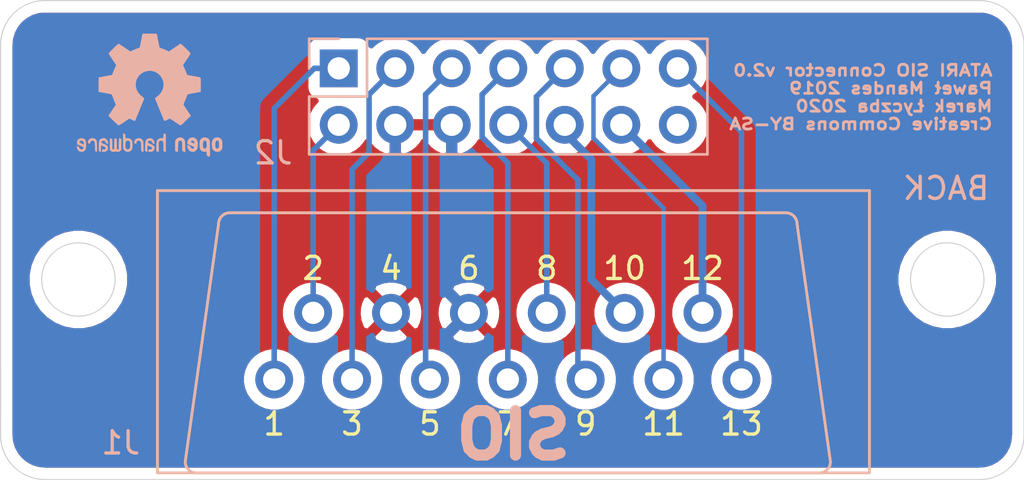
<source format=kicad_pcb>
(kicad_pcb (version 20171130) (host pcbnew "(5.1.4-0-10_14)")

  (general
    (thickness 1.6)
    (drawings 13)
    (tracks 40)
    (zones 0)
    (modules 3)
    (nets 13)
  )

  (page A4)
  (layers
    (0 F.Cu signal hide)
    (31 B.Cu signal hide)
    (32 B.Adhes user)
    (33 F.Adhes user)
    (34 B.Paste user)
    (35 F.Paste user)
    (36 B.SilkS user)
    (37 F.SilkS user)
    (38 B.Mask user)
    (39 F.Mask user)
    (40 Dwgs.User user)
    (41 Cmts.User user)
    (42 Eco1.User user)
    (43 Eco2.User user)
    (44 Edge.Cuts user)
    (45 Margin user)
    (46 B.CrtYd user hide)
    (47 F.CrtYd user hide)
    (48 B.Fab user hide)
    (49 F.Fab user hide)
  )

  (setup
    (last_trace_width 0.25)
    (trace_clearance 0.2)
    (zone_clearance 0.508)
    (zone_45_only no)
    (trace_min 0.2)
    (via_size 0.8)
    (via_drill 0.4)
    (via_min_size 0.4)
    (via_min_drill 0.3)
    (uvia_size 0.3)
    (uvia_drill 0.1)
    (uvias_allowed no)
    (uvia_min_size 0.2)
    (uvia_min_drill 0.1)
    (edge_width 0.05)
    (segment_width 0.2)
    (pcb_text_width 0.3)
    (pcb_text_size 1.5 1.5)
    (mod_edge_width 0.12)
    (mod_text_size 1 1)
    (mod_text_width 0.15)
    (pad_size 1.7 1.7)
    (pad_drill 1)
    (pad_to_mask_clearance 0.051)
    (solder_mask_min_width 0.25)
    (aux_axis_origin 0 0)
    (visible_elements 7FFFFFFF)
    (pcbplotparams
      (layerselection 0x00030_7ffffffe)
      (usegerberextensions false)
      (usegerberattributes false)
      (usegerberadvancedattributes false)
      (creategerberjobfile false)
      (excludeedgelayer true)
      (linewidth 0.100000)
      (plotframeref false)
      (viasonmask false)
      (mode 1)
      (useauxorigin false)
      (hpglpennumber 1)
      (hpglpenspeed 20)
      (hpglpendiameter 15.000000)
      (psnegative false)
      (psa4output false)
      (plotreference true)
      (plotvalue false)
      (plotinvisibletext false)
      (padsonsilk false)
      (subtractmaskfromsilk false)
      (outputformat 3)
      (mirror false)
      (drillshape 0)
      (scaleselection 1)
      (outputdirectory "C:/Users/pawel/OneDrive/Dokumenty/SIOSocket/gerber"))
  )

  (net 0 "")
  (net 1 "Net-(J1-Pad1)")
  (net 2 "Net-(J1-Pad2)")
  (net 3 "Net-(J1-Pad3)")
  (net 4 "Net-(J1-Pad5)")
  (net 5 "Net-(J1-Pad7)")
  (net 6 "Net-(J1-Pad8)")
  (net 7 "Net-(J1-Pad9)")
  (net 8 "Net-(J1-Pad11)")
  (net 9 "Net-(J1-Pad13)")
  (net 10 GND)
  (net 11 +5V)
  (net 12 +12V)

  (net_class Default "To jest domyślna klasa połączeń."
    (clearance 0.2)
    (trace_width 0.25)
    (via_dia 0.8)
    (via_drill 0.4)
    (uvia_dia 0.3)
    (uvia_drill 0.1)
    (add_net GND)
    (add_net "Net-(J1-Pad1)")
    (add_net "Net-(J1-Pad11)")
    (add_net "Net-(J1-Pad13)")
    (add_net "Net-(J1-Pad2)")
    (add_net "Net-(J1-Pad3)")
    (add_net "Net-(J1-Pad5)")
    (add_net "Net-(J1-Pad7)")
    (add_net "Net-(J1-Pad8)")
    (add_net "Net-(J1-Pad9)")
  )

  (net_class V ""
    (clearance 0.3)
    (trace_width 0.35)
    (via_dia 0.8)
    (via_drill 0.4)
    (uvia_dia 0.3)
    (uvia_drill 0.1)
    (diff_pair_width 0.3)
    (diff_pair_gap 0.35)
    (add_net +12V)
    (add_net +5V)
  )

  (module Atari:Atari_SIO_Socket (layer F.Cu) (tedit 5E22EF27) (tstamp 5E234DA2)
    (at 146.05 105)
    (path /5DB821E3)
    (fp_text reference J1 (at -15.65 -1.65 180) (layer B.SilkS)
      (effects (font (size 1 1) (thickness 0.15)) (justify mirror))
    )
    (fp_text value Atari_SIO_Connector (at 1.75 3 180) (layer F.Fab)
      (effects (font (size 1 1) (thickness 0.15)))
    )
    (fp_arc (start -12.25 -0.8) (end -12.75 -0.8) (angle -90) (layer F.SilkS) (width 0.12))
    (fp_arc (start 15.75 -0.8) (end 15.75 -0.3) (angle -90) (layer F.SilkS) (width 0.12))
    (fp_line (start 1.75 -12) (end 14.25 -12) (layer F.SilkS) (width 0.12))
    (fp_line (start 1.75 -12) (end -10.75 -12) (layer F.SilkS) (width 0.12))
    (fp_arc (start 14.25 -11.5) (end 14.75 -11.5) (angle -90) (layer F.SilkS) (width 0.12))
    (fp_arc (start -10.75 -11.5) (end -10.75 -12) (angle -90) (layer F.SilkS) (width 0.12))
    (fp_line (start -11.25 -11.5) (end -12.75 -0.8) (layer F.SilkS) (width 0.12))
    (fp_line (start 16.25 -0.8) (end 14.75 -11.5) (layer F.SilkS) (width 0.12))
    (fp_line (start -12.25 -0.3) (end 15.75 -0.3) (layer F.SilkS) (width 0.12))
    (fp_text user 1 (at -8.75 -2.5 180) (layer F.SilkS)
      (effects (font (size 1 1) (thickness 0.15)))
    )
    (fp_text user 3 (at -5.25 -2.5 180) (layer F.SilkS)
      (effects (font (size 1 1) (thickness 0.15)))
    )
    (fp_text user 5 (at -1.75 -2.5 180) (layer F.SilkS)
      (effects (font (size 1 1) (thickness 0.15)))
    )
    (fp_text user 7 (at 1.75 -2.5 180) (layer F.SilkS)
      (effects (font (size 1 1) (thickness 0.15)))
    )
    (fp_text user 9 (at 5.25 -2.5 180) (layer F.SilkS)
      (effects (font (size 1 1) (thickness 0.15)))
    )
    (fp_text user 11 (at 8.75 -2.5 180) (layer F.SilkS)
      (effects (font (size 1 1) (thickness 0.15)))
    )
    (fp_text user 13 (at 12.25 -2.5 180) (layer F.SilkS)
      (effects (font (size 1 1) (thickness 0.15)))
    )
    (fp_text user 2 (at -7 -9.5 180) (layer F.SilkS)
      (effects (font (size 1 1) (thickness 0.15)))
    )
    (fp_text user 4 (at -3.5 -9.5 180) (layer F.SilkS)
      (effects (font (size 1 1) (thickness 0.15)))
    )
    (fp_text user 6 (at 0 -9.5 180) (layer F.SilkS)
      (effects (font (size 1 1) (thickness 0.15)))
    )
    (fp_text user 8 (at 3.5 -9.5 180) (layer F.SilkS)
      (effects (font (size 1 1) (thickness 0.15)))
    )
    (fp_text user 10 (at 7 -9.5 180) (layer F.SilkS)
      (effects (font (size 1 1) (thickness 0.15)))
    )
    (fp_text user 12 (at 10.5 -9.5 180) (layer F.SilkS)
      (effects (font (size 1 1) (thickness 0.15)))
    )
    (fp_line (start -14 -0.3) (end 18 -0.3) (layer F.SilkS) (width 0.12))
    (fp_line (start 18 -0.3) (end 18 -13) (layer F.SilkS) (width 0.12))
    (fp_line (start 18 -13) (end -14 -13) (layer F.SilkS) (width 0.12))
    (fp_line (start -14 -13) (end -14 -0.3) (layer F.SilkS) (width 0.12))
    (fp_text user BACK (at 21.45 -13.1 180) (layer B.SilkS)
      (effects (font (size 1 1) (thickness 0.15)) (justify mirror))
    )
    (fp_line (start -14 -13) (end 18 -13) (layer B.SilkS) (width 0.12))
    (fp_line (start 18 -13) (end 18 -0.3) (layer B.SilkS) (width 0.12))
    (fp_line (start 18 -0.3) (end -14 -0.3) (layer B.SilkS) (width 0.12))
    (fp_line (start -14 -0.3) (end -14 -13) (layer B.SilkS) (width 0.12))
    (fp_text user SIO (at 2 -2 180) (layer B.SilkS)
      (effects (font (size 2 2) (thickness 0.5)) (justify mirror))
    )
    (fp_arc (start 14.25 -11.5) (end 14.25 -12) (angle 90) (layer B.SilkS) (width 0.12))
    (fp_line (start 14.75 -11.5) (end 16.25 -0.8) (layer B.SilkS) (width 0.12))
    (fp_arc (start -12.25 -0.8) (end -12.25 -0.3) (angle 90) (layer B.SilkS) (width 0.12))
    (fp_arc (start 15.75 -0.8) (end 16.25 -0.8) (angle 90) (layer B.SilkS) (width 0.12))
    (fp_line (start 15.75 -0.3) (end -12.25 -0.3) (layer B.SilkS) (width 0.12))
    (fp_line (start 1.75 -12) (end 14.25 -12) (layer B.SilkS) (width 0.12))
    (fp_line (start 1.75 -12) (end -10.75 -12) (layer B.SilkS) (width 0.12))
    (fp_arc (start -10.75 -11.5) (end -11.25 -11.5) (angle 90) (layer B.SilkS) (width 0.12))
    (fp_line (start -12.75 -0.8) (end -11.25 -11.5) (layer B.SilkS) (width 0.12))
    (pad 2 thru_hole circle (at -7 -7.5) (size 1.7 1.7) (drill 1) (layers *.Cu *.Mask)
      (net 2 "Net-(J1-Pad2)"))
    (pad 4 thru_hole circle (at -3.5 -7.5) (size 1.7 1.7) (drill 1) (layers *.Cu *.Mask)
      (net 10 GND))
    (pad 6 thru_hole circle (at 0 -7.5) (size 1.7 1.7) (drill 1) (layers *.Cu *.Mask)
      (net 10 GND))
    (pad 8 thru_hole circle (at 3.5 -7.5) (size 1.7 1.7) (drill 1) (layers *.Cu *.Mask)
      (net 6 "Net-(J1-Pad8)"))
    (pad 10 thru_hole circle (at 7 -7.5) (size 1.7 1.7) (drill 1) (layers *.Cu *.Mask)
      (net 11 +5V))
    (pad 12 thru_hole circle (at 10.5 -7.5) (size 1.7 1.7) (drill 1) (layers *.Cu *.Mask)
      (net 12 +12V))
    (pad 1 thru_hole circle (at -8.75 -4.5) (size 1.7 1.7) (drill 1) (layers *.Cu *.Mask)
      (net 1 "Net-(J1-Pad1)"))
    (pad 3 thru_hole circle (at -5.25 -4.5) (size 1.7 1.7) (drill 1) (layers *.Cu *.Mask)
      (net 3 "Net-(J1-Pad3)"))
    (pad 5 thru_hole circle (at -1.75 -4.5) (size 1.7 1.7) (drill 1) (layers *.Cu *.Mask)
      (net 4 "Net-(J1-Pad5)"))
    (pad 7 thru_hole circle (at 1.75 -4.5) (size 1.7 1.7) (drill 1) (layers *.Cu *.Mask)
      (net 5 "Net-(J1-Pad7)"))
    (pad 9 thru_hole circle (at 5.25 -4.5) (size 1.7 1.7) (drill 1) (layers *.Cu *.Mask)
      (net 7 "Net-(J1-Pad9)"))
    (pad 11 thru_hole circle (at 8.75 -4.5) (size 1.7 1.7) (drill 1) (layers *.Cu *.Mask)
      (net 8 "Net-(J1-Pad11)"))
    (pad 13 thru_hole circle (at 12.25 -4.5) (size 1.7 1.7) (drill 1) (layers *.Cu *.Mask)
      (net 9 "Net-(J1-Pad13)"))
  )

  (module Connector_PinHeader_2.54mm:PinHeader_2x07_P2.54mm_Vertical (layer B.Cu) (tedit 59FED5CC) (tstamp 5E234B14)
    (at 140.2 86.5 270)
    (descr "Through hole straight pin header, 2x07, 2.54mm pitch, double rows")
    (tags "Through hole pin header THT 2x07 2.54mm double row")
    (path /5DB82469)
    (fp_text reference J2 (at 3.8 2.95 180) (layer B.SilkS)
      (effects (font (size 1 1) (thickness 0.15)) (justify mirror))
    )
    (fp_text value Conn_2Rows-13Pins (at 1.27 -17.57 270) (layer B.Fab)
      (effects (font (size 1 1) (thickness 0.15)) (justify mirror))
    )
    (fp_line (start 0 1.27) (end 3.81 1.27) (layer B.Fab) (width 0.1))
    (fp_line (start 3.81 1.27) (end 3.81 -16.51) (layer B.Fab) (width 0.1))
    (fp_line (start 3.81 -16.51) (end -1.27 -16.51) (layer B.Fab) (width 0.1))
    (fp_line (start -1.27 -16.51) (end -1.27 0) (layer B.Fab) (width 0.1))
    (fp_line (start -1.27 0) (end 0 1.27) (layer B.Fab) (width 0.1))
    (fp_line (start -1.33 -16.57) (end 3.87 -16.57) (layer B.SilkS) (width 0.12))
    (fp_line (start -1.33 -1.27) (end -1.33 -16.57) (layer B.SilkS) (width 0.12))
    (fp_line (start 3.87 1.33) (end 3.87 -16.57) (layer B.SilkS) (width 0.12))
    (fp_line (start -1.33 -1.27) (end 1.27 -1.27) (layer B.SilkS) (width 0.12))
    (fp_line (start 1.27 -1.27) (end 1.27 1.33) (layer B.SilkS) (width 0.12))
    (fp_line (start 1.27 1.33) (end 3.87 1.33) (layer B.SilkS) (width 0.12))
    (fp_line (start -1.33 0) (end -1.33 1.33) (layer B.SilkS) (width 0.12))
    (fp_line (start -1.33 1.33) (end 0 1.33) (layer B.SilkS) (width 0.12))
    (fp_line (start -1.8 1.8) (end -1.8 -17.05) (layer B.CrtYd) (width 0.05))
    (fp_line (start -1.8 -17.05) (end 4.35 -17.05) (layer B.CrtYd) (width 0.05))
    (fp_line (start 4.35 -17.05) (end 4.35 1.8) (layer B.CrtYd) (width 0.05))
    (fp_line (start 4.35 1.8) (end -1.8 1.8) (layer B.CrtYd) (width 0.05))
    (fp_text user %R (at 1.27 -7.62) (layer B.Fab)
      (effects (font (size 1 1) (thickness 0.15)) (justify mirror))
    )
    (pad 1 thru_hole rect (at 0 0 270) (size 1.7 1.7) (drill 1) (layers *.Cu *.Mask)
      (net 1 "Net-(J1-Pad1)"))
    (pad 2 thru_hole oval (at 2.54 0 270) (size 1.7 1.7) (drill 1) (layers *.Cu *.Mask)
      (net 2 "Net-(J1-Pad2)"))
    (pad 3 thru_hole oval (at 0 -2.54 270) (size 1.7 1.7) (drill 1) (layers *.Cu *.Mask)
      (net 3 "Net-(J1-Pad3)"))
    (pad 4 thru_hole oval (at 2.54 -2.54 270) (size 1.7 1.7) (drill 1) (layers *.Cu *.Mask)
      (net 10 GND))
    (pad 5 thru_hole oval (at 0 -5.08 270) (size 1.7 1.7) (drill 1) (layers *.Cu *.Mask)
      (net 4 "Net-(J1-Pad5)"))
    (pad 6 thru_hole oval (at 2.54 -5.08 270) (size 1.7 1.7) (drill 1) (layers *.Cu *.Mask)
      (net 10 GND))
    (pad 7 thru_hole oval (at 0 -7.62 270) (size 1.7 1.7) (drill 1) (layers *.Cu *.Mask)
      (net 5 "Net-(J1-Pad7)"))
    (pad 8 thru_hole oval (at 2.54 -7.62 270) (size 1.7 1.7) (drill 1) (layers *.Cu *.Mask)
      (net 6 "Net-(J1-Pad8)"))
    (pad 9 thru_hole oval (at 0 -10.16 270) (size 1.7 1.7) (drill 1) (layers *.Cu *.Mask)
      (net 7 "Net-(J1-Pad9)"))
    (pad 10 thru_hole oval (at 2.54 -10.16 270) (size 1.7 1.7) (drill 1) (layers *.Cu *.Mask)
      (net 11 +5V))
    (pad 11 thru_hole oval (at 0 -12.7 270) (size 1.7 1.7) (drill 1) (layers *.Cu *.Mask)
      (net 8 "Net-(J1-Pad11)"))
    (pad 12 thru_hole oval (at 2.54 -12.7 270) (size 1.7 1.7) (drill 1) (layers *.Cu *.Mask)
      (net 12 +12V))
    (pad 13 thru_hole oval (at 0 -15.24 270) (size 1.7 1.7) (drill 1) (layers *.Cu *.Mask)
      (net 9 "Net-(J1-Pad13)"))
    (pad 14 thru_hole oval (at 2.54 -15.24 270) (size 1.7 1.7) (drill 1) (layers *.Cu *.Mask))
    (model ${KISYS3DMOD}/Connector_PinHeader_2.54mm.3dshapes/PinHeader_2x07_P2.54mm_Vertical.wrl
      (at (xyz 0 0 0))
      (scale (xyz 1 1 1))
      (rotate (xyz 0 0 0))
    )
  )

  (module Symbol:OSHW-Logo2_7.3x6mm_SilkScreen (layer B.Cu) (tedit 0) (tstamp 5DB52112)
    (at 131.7 87.7 180)
    (descr "Open Source Hardware Symbol")
    (tags "Logo Symbol OSHW")
    (attr virtual)
    (fp_text reference REF** (at 0 0) (layer B.SilkS) hide
      (effects (font (size 1 1) (thickness 0.15)) (justify mirror))
    )
    (fp_text value OSHW-Logo2_7.3x6mm_SilkScreen (at 0.75 0) (layer B.Fab) hide
      (effects (font (size 1 1) (thickness 0.15)) (justify mirror))
    )
    (fp_poly (pts (xy 0.10391 2.757652) (xy 0.182454 2.757222) (xy 0.239298 2.756058) (xy 0.278105 2.753793)
      (xy 0.302538 2.75006) (xy 0.316262 2.744494) (xy 0.32294 2.736727) (xy 0.326236 2.726395)
      (xy 0.326556 2.725057) (xy 0.331562 2.700921) (xy 0.340829 2.653299) (xy 0.353392 2.587259)
      (xy 0.368287 2.507872) (xy 0.384551 2.420204) (xy 0.385119 2.417125) (xy 0.40141 2.331211)
      (xy 0.416652 2.255304) (xy 0.429861 2.193955) (xy 0.440054 2.151718) (xy 0.446248 2.133145)
      (xy 0.446543 2.132816) (xy 0.464788 2.123747) (xy 0.502405 2.108633) (xy 0.551271 2.090738)
      (xy 0.551543 2.090642) (xy 0.613093 2.067507) (xy 0.685657 2.038035) (xy 0.754057 2.008403)
      (xy 0.757294 2.006938) (xy 0.868702 1.956374) (xy 1.115399 2.12484) (xy 1.191077 2.176197)
      (xy 1.259631 2.222111) (xy 1.317088 2.25997) (xy 1.359476 2.287163) (xy 1.382825 2.301079)
      (xy 1.385042 2.302111) (xy 1.40201 2.297516) (xy 1.433701 2.275345) (xy 1.481352 2.234553)
      (xy 1.546198 2.174095) (xy 1.612397 2.109773) (xy 1.676214 2.046388) (xy 1.733329 1.988549)
      (xy 1.780305 1.939825) (xy 1.813703 1.90379) (xy 1.830085 1.884016) (xy 1.830694 1.882998)
      (xy 1.832505 1.869428) (xy 1.825683 1.847267) (xy 1.80854 1.813522) (xy 1.779393 1.7652)
      (xy 1.736555 1.699308) (xy 1.679448 1.614483) (xy 1.628766 1.539823) (xy 1.583461 1.47286)
      (xy 1.54615 1.417484) (xy 1.519452 1.37758) (xy 1.505985 1.357038) (xy 1.505137 1.355644)
      (xy 1.506781 1.335962) (xy 1.519245 1.297707) (xy 1.540048 1.248111) (xy 1.547462 1.232272)
      (xy 1.579814 1.16171) (xy 1.614328 1.081647) (xy 1.642365 1.012371) (xy 1.662568 0.960955)
      (xy 1.678615 0.921881) (xy 1.687888 0.901459) (xy 1.689041 0.899886) (xy 1.706096 0.897279)
      (xy 1.746298 0.890137) (xy 1.804302 0.879477) (xy 1.874763 0.866315) (xy 1.952335 0.851667)
      (xy 2.031672 0.836551) (xy 2.107431 0.821982) (xy 2.174264 0.808978) (xy 2.226828 0.798555)
      (xy 2.259776 0.79173) (xy 2.267857 0.789801) (xy 2.276205 0.785038) (xy 2.282506 0.774282)
      (xy 2.287045 0.753902) (xy 2.290104 0.720266) (xy 2.291967 0.669745) (xy 2.292918 0.598708)
      (xy 2.29324 0.503524) (xy 2.293257 0.464508) (xy 2.293257 0.147201) (xy 2.217057 0.132161)
      (xy 2.174663 0.124005) (xy 2.1114 0.112101) (xy 2.034962 0.097884) (xy 1.953043 0.08279)
      (xy 1.9304 0.078645) (xy 1.854806 0.063947) (xy 1.788953 0.049495) (xy 1.738366 0.036625)
      (xy 1.708574 0.026678) (xy 1.703612 0.023713) (xy 1.691426 0.002717) (xy 1.673953 -0.037967)
      (xy 1.654577 -0.090322) (xy 1.650734 -0.1016) (xy 1.625339 -0.171523) (xy 1.593817 -0.250418)
      (xy 1.562969 -0.321266) (xy 1.562817 -0.321595) (xy 1.511447 -0.432733) (xy 1.680399 -0.681253)
      (xy 1.849352 -0.929772) (xy 1.632429 -1.147058) (xy 1.566819 -1.211726) (xy 1.506979 -1.268733)
      (xy 1.456267 -1.315033) (xy 1.418046 -1.347584) (xy 1.395675 -1.363343) (xy 1.392466 -1.364343)
      (xy 1.373626 -1.356469) (xy 1.33518 -1.334578) (xy 1.28133 -1.301267) (xy 1.216276 -1.259131)
      (xy 1.14594 -1.211943) (xy 1.074555 -1.16381) (xy 1.010908 -1.121928) (xy 0.959041 -1.088871)
      (xy 0.922995 -1.067218) (xy 0.906867 -1.059543) (xy 0.887189 -1.066037) (xy 0.849875 -1.08315)
      (xy 0.802621 -1.107326) (xy 0.797612 -1.110013) (xy 0.733977 -1.141927) (xy 0.690341 -1.157579)
      (xy 0.663202 -1.157745) (xy 0.649057 -1.143204) (xy 0.648975 -1.143) (xy 0.641905 -1.125779)
      (xy 0.625042 -1.084899) (xy 0.599695 -1.023525) (xy 0.567171 -0.944819) (xy 0.528778 -0.851947)
      (xy 0.485822 -0.748072) (xy 0.444222 -0.647502) (xy 0.398504 -0.536516) (xy 0.356526 -0.433703)
      (xy 0.319548 -0.342215) (xy 0.288827 -0.265201) (xy 0.265622 -0.205815) (xy 0.25119 -0.167209)
      (xy 0.246743 -0.1528) (xy 0.257896 -0.136272) (xy 0.287069 -0.10993) (xy 0.325971 -0.080887)
      (xy 0.436757 0.010961) (xy 0.523351 0.116241) (xy 0.584716 0.232734) (xy 0.619815 0.358224)
      (xy 0.627608 0.490493) (xy 0.621943 0.551543) (xy 0.591078 0.678205) (xy 0.53792 0.790059)
      (xy 0.465767 0.885999) (xy 0.377917 0.964924) (xy 0.277665 1.02573) (xy 0.16831 1.067313)
      (xy 0.053147 1.088572) (xy -0.064525 1.088401) (xy -0.18141 1.065699) (xy -0.294211 1.019362)
      (xy -0.399631 0.948287) (xy -0.443632 0.908089) (xy -0.528021 0.804871) (xy -0.586778 0.692075)
      (xy -0.620296 0.57299) (xy -0.628965 0.450905) (xy -0.613177 0.329107) (xy -0.573322 0.210884)
      (xy -0.509793 0.099525) (xy -0.422979 -0.001684) (xy -0.325971 -0.080887) (xy -0.285563 -0.111162)
      (xy -0.257018 -0.137219) (xy -0.246743 -0.152825) (xy -0.252123 -0.169843) (xy -0.267425 -0.2105)
      (xy -0.291388 -0.271642) (xy -0.322756 -0.350119) (xy -0.360268 -0.44278) (xy -0.402667 -0.546472)
      (xy -0.444337 -0.647526) (xy -0.49031 -0.758607) (xy -0.532893 -0.861541) (xy -0.570779 -0.953165)
      (xy -0.60266 -1.030316) (xy -0.627229 -1.089831) (xy -0.64318 -1.128544) (xy -0.64909 -1.143)
      (xy -0.663052 -1.157685) (xy -0.69006 -1.157642) (xy -0.733587 -1.142099) (xy -0.79711 -1.110284)
      (xy -0.797612 -1.110013) (xy -0.84544 -1.085323) (xy -0.884103 -1.067338) (xy -0.905905 -1.059614)
      (xy -0.906867 -1.059543) (xy -0.923279 -1.067378) (xy -0.959513 -1.089165) (xy -1.011526 -1.122328)
      (xy -1.075275 -1.164291) (xy -1.14594 -1.211943) (xy -1.217884 -1.260191) (xy -1.282726 -1.302151)
      (xy -1.336265 -1.335227) (xy -1.374303 -1.356821) (xy -1.392467 -1.364343) (xy -1.409192 -1.354457)
      (xy -1.44282 -1.326826) (xy -1.48999 -1.284495) (xy -1.547342 -1.230505) (xy -1.611516 -1.167899)
      (xy -1.632503 -1.146983) (xy -1.849501 -0.929623) (xy -1.684332 -0.68722) (xy -1.634136 -0.612781)
      (xy -1.590081 -0.545972) (xy -1.554638 -0.490665) (xy -1.530281 -0.450729) (xy -1.519478 -0.430036)
      (xy -1.519162 -0.428563) (xy -1.524857 -0.409058) (xy -1.540174 -0.369822) (xy -1.562463 -0.31743)
      (xy -1.578107 -0.282355) (xy -1.607359 -0.215201) (xy -1.634906 -0.147358) (xy -1.656263 -0.090034)
      (xy -1.662065 -0.072572) (xy -1.678548 -0.025938) (xy -1.69466 0.010095) (xy -1.70351 0.023713)
      (xy -1.72304 0.032048) (xy -1.765666 0.043863) (xy -1.825855 0.057819) (xy -1.898078 0.072578)
      (xy -1.9304 0.078645) (xy -2.012478 0.093727) (xy -2.091205 0.108331) (xy -2.158891 0.12102)
      (xy -2.20784 0.130358) (xy -2.217057 0.132161) (xy -2.293257 0.147201) (xy -2.293257 0.464508)
      (xy -2.293086 0.568846) (xy -2.292384 0.647787) (xy -2.290866 0.704962) (xy -2.288251 0.744001)
      (xy -2.284254 0.768535) (xy -2.278591 0.782195) (xy -2.27098 0.788611) (xy -2.267857 0.789801)
      (xy -2.249022 0.79402) (xy -2.207412 0.802438) (xy -2.14837 0.814039) (xy -2.077243 0.827805)
      (xy -1.999375 0.84272) (xy -1.920113 0.857768) (xy -1.844802 0.871931) (xy -1.778787 0.884194)
      (xy -1.727413 0.893539) (xy -1.696025 0.89895) (xy -1.689041 0.899886) (xy -1.682715 0.912404)
      (xy -1.66871 0.945754) (xy -1.649645 0.993623) (xy -1.642366 1.012371) (xy -1.613004 1.084805)
      (xy -1.578429 1.16483) (xy -1.547463 1.232272) (xy -1.524677 1.283841) (xy -1.509518 1.326215)
      (xy -1.504458 1.352166) (xy -1.505264 1.355644) (xy -1.515959 1.372064) (xy -1.54038 1.408583)
      (xy -1.575905 1.461313) (xy -1.619913 1.526365) (xy -1.669783 1.599849) (xy -1.679644 1.614355)
      (xy -1.737508 1.700296) (xy -1.780044 1.765739) (xy -1.808946 1.813696) (xy -1.82591 1.84718)
      (xy -1.832633 1.869205) (xy -1.83081 1.882783) (xy -1.830764 1.882869) (xy -1.816414 1.900703)
      (xy -1.784677 1.935183) (xy -1.73899 1.982732) (xy -1.682796 2.039778) (xy -1.619532 2.102745)
      (xy -1.612398 2.109773) (xy -1.53267 2.18698) (xy -1.471143 2.24367) (xy -1.426579 2.28089)
      (xy -1.397743 2.299685) (xy -1.385042 2.302111) (xy -1.366506 2.291529) (xy -1.328039 2.267084)
      (xy -1.273614 2.231388) (xy -1.207202 2.187053) (xy -1.132775 2.136689) (xy -1.115399 2.12484)
      (xy -0.868703 1.956374) (xy -0.757294 2.006938) (xy -0.689543 2.036405) (xy -0.616817 2.066041)
      (xy -0.554297 2.08967) (xy -0.551543 2.090642) (xy -0.50264 2.108543) (xy -0.464943 2.12368)
      (xy -0.446575 2.13279) (xy -0.446544 2.132816) (xy -0.440715 2.149283) (xy -0.430808 2.189781)
      (xy -0.417805 2.249758) (xy -0.402691 2.32466) (xy -0.386448 2.409936) (xy -0.385119 2.417125)
      (xy -0.368825 2.504986) (xy -0.353867 2.58474) (xy -0.341209 2.651319) (xy -0.331814 2.699653)
      (xy -0.326646 2.724675) (xy -0.326556 2.725057) (xy -0.323411 2.735701) (xy -0.317296 2.743738)
      (xy -0.304547 2.749533) (xy -0.2815 2.753453) (xy -0.244491 2.755865) (xy -0.189856 2.757135)
      (xy -0.113933 2.757629) (xy -0.013056 2.757714) (xy 0 2.757714) (xy 0.10391 2.757652)) (layer B.SilkS) (width 0.01))
    (fp_poly (pts (xy 3.153595 -1.966966) (xy 3.211021 -2.004497) (xy 3.238719 -2.038096) (xy 3.260662 -2.099064)
      (xy 3.262405 -2.147308) (xy 3.258457 -2.211816) (xy 3.109686 -2.276934) (xy 3.037349 -2.310202)
      (xy 2.990084 -2.336964) (xy 2.965507 -2.360144) (xy 2.961237 -2.382667) (xy 2.974889 -2.407455)
      (xy 2.989943 -2.423886) (xy 3.033746 -2.450235) (xy 3.081389 -2.452081) (xy 3.125145 -2.431546)
      (xy 3.157289 -2.390752) (xy 3.163038 -2.376347) (xy 3.190576 -2.331356) (xy 3.222258 -2.312182)
      (xy 3.265714 -2.295779) (xy 3.265714 -2.357966) (xy 3.261872 -2.400283) (xy 3.246823 -2.435969)
      (xy 3.21528 -2.476943) (xy 3.210592 -2.482267) (xy 3.175506 -2.51872) (xy 3.145347 -2.538283)
      (xy 3.107615 -2.547283) (xy 3.076335 -2.55023) (xy 3.020385 -2.550965) (xy 2.980555 -2.54166)
      (xy 2.955708 -2.527846) (xy 2.916656 -2.497467) (xy 2.889625 -2.464613) (xy 2.872517 -2.423294)
      (xy 2.863238 -2.367521) (xy 2.859693 -2.291305) (xy 2.85941 -2.252622) (xy 2.860372 -2.206247)
      (xy 2.948007 -2.206247) (xy 2.949023 -2.231126) (xy 2.951556 -2.2352) (xy 2.968274 -2.229665)
      (xy 3.004249 -2.215017) (xy 3.052331 -2.19419) (xy 3.062386 -2.189714) (xy 3.123152 -2.158814)
      (xy 3.156632 -2.131657) (xy 3.16399 -2.10622) (xy 3.146391 -2.080481) (xy 3.131856 -2.069109)
      (xy 3.07941 -2.046364) (xy 3.030322 -2.050122) (xy 2.989227 -2.077884) (xy 2.960758 -2.127152)
      (xy 2.951631 -2.166257) (xy 2.948007 -2.206247) (xy 2.860372 -2.206247) (xy 2.861285 -2.162249)
      (xy 2.868196 -2.095384) (xy 2.881884 -2.046695) (xy 2.904096 -2.010849) (xy 2.936574 -1.982513)
      (xy 2.950733 -1.973355) (xy 3.015053 -1.949507) (xy 3.085473 -1.948006) (xy 3.153595 -1.966966)) (layer B.SilkS) (width 0.01))
    (fp_poly (pts (xy 2.6526 -1.958752) (xy 2.669948 -1.966334) (xy 2.711356 -1.999128) (xy 2.746765 -2.046547)
      (xy 2.768664 -2.097151) (xy 2.772229 -2.122098) (xy 2.760279 -2.156927) (xy 2.734067 -2.175357)
      (xy 2.705964 -2.186516) (xy 2.693095 -2.188572) (xy 2.686829 -2.173649) (xy 2.674456 -2.141175)
      (xy 2.669028 -2.126502) (xy 2.63859 -2.075744) (xy 2.59452 -2.050427) (xy 2.53801 -2.051206)
      (xy 2.533825 -2.052203) (xy 2.503655 -2.066507) (xy 2.481476 -2.094393) (xy 2.466327 -2.139287)
      (xy 2.45725 -2.204615) (xy 2.453286 -2.293804) (xy 2.452914 -2.341261) (xy 2.45273 -2.416071)
      (xy 2.451522 -2.467069) (xy 2.448309 -2.499471) (xy 2.442109 -2.518495) (xy 2.43194 -2.529356)
      (xy 2.416819 -2.537272) (xy 2.415946 -2.53767) (xy 2.386828 -2.549981) (xy 2.372403 -2.554514)
      (xy 2.370186 -2.540809) (xy 2.368289 -2.502925) (xy 2.366847 -2.445715) (xy 2.365998 -2.374027)
      (xy 2.365829 -2.321565) (xy 2.366692 -2.220047) (xy 2.37007 -2.143032) (xy 2.377142 -2.086023)
      (xy 2.389088 -2.044526) (xy 2.40709 -2.014043) (xy 2.432327 -1.99008) (xy 2.457247 -1.973355)
      (xy 2.517171 -1.951097) (xy 2.586911 -1.946076) (xy 2.6526 -1.958752)) (layer B.SilkS) (width 0.01))
    (fp_poly (pts (xy 2.144876 -1.956335) (xy 2.186667 -1.975344) (xy 2.219469 -1.998378) (xy 2.243503 -2.024133)
      (xy 2.260097 -2.057358) (xy 2.270577 -2.1028) (xy 2.276271 -2.165207) (xy 2.278507 -2.249327)
      (xy 2.278743 -2.304721) (xy 2.278743 -2.520826) (xy 2.241774 -2.53767) (xy 2.212656 -2.549981)
      (xy 2.198231 -2.554514) (xy 2.195472 -2.541025) (xy 2.193282 -2.504653) (xy 2.191942 -2.451542)
      (xy 2.191657 -2.409372) (xy 2.190434 -2.348447) (xy 2.187136 -2.300115) (xy 2.182321 -2.270518)
      (xy 2.178496 -2.264229) (xy 2.152783 -2.270652) (xy 2.112418 -2.287125) (xy 2.065679 -2.309458)
      (xy 2.020845 -2.333457) (xy 1.986193 -2.35493) (xy 1.970002 -2.369685) (xy 1.969938 -2.369845)
      (xy 1.97133 -2.397152) (xy 1.983818 -2.423219) (xy 2.005743 -2.444392) (xy 2.037743 -2.451474)
      (xy 2.065092 -2.450649) (xy 2.103826 -2.450042) (xy 2.124158 -2.459116) (xy 2.136369 -2.483092)
      (xy 2.137909 -2.487613) (xy 2.143203 -2.521806) (xy 2.129047 -2.542568) (xy 2.092148 -2.552462)
      (xy 2.052289 -2.554292) (xy 1.980562 -2.540727) (xy 1.943432 -2.521355) (xy 1.897576 -2.475845)
      (xy 1.873256 -2.419983) (xy 1.871073 -2.360957) (xy 1.891629 -2.305953) (xy 1.922549 -2.271486)
      (xy 1.95342 -2.252189) (xy 2.001942 -2.227759) (xy 2.058485 -2.202985) (xy 2.06791 -2.199199)
      (xy 2.130019 -2.171791) (xy 2.165822 -2.147634) (xy 2.177337 -2.123619) (xy 2.16658 -2.096635)
      (xy 2.148114 -2.075543) (xy 2.104469 -2.049572) (xy 2.056446 -2.047624) (xy 2.012406 -2.067637)
      (xy 1.980709 -2.107551) (xy 1.976549 -2.117848) (xy 1.952327 -2.155724) (xy 1.916965 -2.183842)
      (xy 1.872343 -2.206917) (xy 1.872343 -2.141485) (xy 1.874969 -2.101506) (xy 1.88623 -2.069997)
      (xy 1.911199 -2.036378) (xy 1.935169 -2.010484) (xy 1.972441 -1.973817) (xy 2.001401 -1.954121)
      (xy 2.032505 -1.94622) (xy 2.067713 -1.944914) (xy 2.144876 -1.956335)) (layer B.SilkS) (width 0.01))
    (fp_poly (pts (xy 1.779833 -1.958663) (xy 1.782048 -1.99685) (xy 1.783784 -2.054886) (xy 1.784899 -2.12818)
      (xy 1.785257 -2.205055) (xy 1.785257 -2.465196) (xy 1.739326 -2.511127) (xy 1.707675 -2.539429)
      (xy 1.67989 -2.550893) (xy 1.641915 -2.550168) (xy 1.62684 -2.548321) (xy 1.579726 -2.542948)
      (xy 1.540756 -2.539869) (xy 1.531257 -2.539585) (xy 1.499233 -2.541445) (xy 1.453432 -2.546114)
      (xy 1.435674 -2.548321) (xy 1.392057 -2.551735) (xy 1.362745 -2.54432) (xy 1.33368 -2.521427)
      (xy 1.323188 -2.511127) (xy 1.277257 -2.465196) (xy 1.277257 -1.978602) (xy 1.314226 -1.961758)
      (xy 1.346059 -1.949282) (xy 1.364683 -1.944914) (xy 1.369458 -1.958718) (xy 1.373921 -1.997286)
      (xy 1.377775 -2.056356) (xy 1.380722 -2.131663) (xy 1.382143 -2.195286) (xy 1.386114 -2.445657)
      (xy 1.420759 -2.450556) (xy 1.452268 -2.447131) (xy 1.467708 -2.436041) (xy 1.472023 -2.415308)
      (xy 1.475708 -2.371145) (xy 1.478469 -2.309146) (xy 1.480012 -2.234909) (xy 1.480235 -2.196706)
      (xy 1.480457 -1.976783) (xy 1.526166 -1.960849) (xy 1.558518 -1.950015) (xy 1.576115 -1.944962)
      (xy 1.576623 -1.944914) (xy 1.578388 -1.958648) (xy 1.580329 -1.99673) (xy 1.582282 -2.054482)
      (xy 1.584084 -2.127227) (xy 1.585343 -2.195286) (xy 1.589314 -2.445657) (xy 1.6764 -2.445657)
      (xy 1.680396 -2.21724) (xy 1.684392 -1.988822) (xy 1.726847 -1.966868) (xy 1.758192 -1.951793)
      (xy 1.776744 -1.944951) (xy 1.777279 -1.944914) (xy 1.779833 -1.958663)) (layer B.SilkS) (width 0.01))
    (fp_poly (pts (xy 1.190117 -2.065358) (xy 1.189933 -2.173837) (xy 1.189219 -2.257287) (xy 1.187675 -2.319704)
      (xy 1.185001 -2.365085) (xy 1.180894 -2.397429) (xy 1.175055 -2.420733) (xy 1.167182 -2.438995)
      (xy 1.161221 -2.449418) (xy 1.111855 -2.505945) (xy 1.049264 -2.541377) (xy 0.980013 -2.55409)
      (xy 0.910668 -2.542463) (xy 0.869375 -2.521568) (xy 0.826025 -2.485422) (xy 0.796481 -2.441276)
      (xy 0.778655 -2.383462) (xy 0.770463 -2.306313) (xy 0.769302 -2.249714) (xy 0.769458 -2.245647)
      (xy 0.870857 -2.245647) (xy 0.871476 -2.31055) (xy 0.874314 -2.353514) (xy 0.88084 -2.381622)
      (xy 0.892523 -2.401953) (xy 0.906483 -2.417288) (xy 0.953365 -2.44689) (xy 1.003701 -2.449419)
      (xy 1.051276 -2.424705) (xy 1.054979 -2.421356) (xy 1.070783 -2.403935) (xy 1.080693 -2.383209)
      (xy 1.086058 -2.352362) (xy 1.088228 -2.304577) (xy 1.088571 -2.251748) (xy 1.087827 -2.185381)
      (xy 1.084748 -2.141106) (xy 1.078061 -2.112009) (xy 1.066496 -2.091173) (xy 1.057013 -2.080107)
      (xy 1.01296 -2.052198) (xy 0.962224 -2.048843) (xy 0.913796 -2.070159) (xy 0.90445 -2.078073)
      (xy 0.88854 -2.095647) (xy 0.87861 -2.116587) (xy 0.873278 -2.147782) (xy 0.871163 -2.196122)
      (xy 0.870857 -2.245647) (xy 0.769458 -2.245647) (xy 0.77281 -2.158568) (xy 0.784726 -2.090086)
      (xy 0.807135 -2.0386) (xy 0.842124 -1.998443) (xy 0.869375 -1.977861) (xy 0.918907 -1.955625)
      (xy 0.976316 -1.945304) (xy 1.029682 -1.948067) (xy 1.059543 -1.959212) (xy 1.071261 -1.962383)
      (xy 1.079037 -1.950557) (xy 1.084465 -1.918866) (xy 1.088571 -1.870593) (xy 1.093067 -1.816829)
      (xy 1.099313 -1.784482) (xy 1.110676 -1.765985) (xy 1.130528 -1.75377) (xy 1.143 -1.748362)
      (xy 1.190171 -1.728601) (xy 1.190117 -2.065358)) (layer B.SilkS) (width 0.01))
    (fp_poly (pts (xy 0.529926 -1.949755) (xy 0.595858 -1.974084) (xy 0.649273 -2.017117) (xy 0.670164 -2.047409)
      (xy 0.692939 -2.102994) (xy 0.692466 -2.143186) (xy 0.668562 -2.170217) (xy 0.659717 -2.174813)
      (xy 0.62153 -2.189144) (xy 0.602028 -2.185472) (xy 0.595422 -2.161407) (xy 0.595086 -2.148114)
      (xy 0.582992 -2.09921) (xy 0.551471 -2.064999) (xy 0.507659 -2.048476) (xy 0.458695 -2.052634)
      (xy 0.418894 -2.074227) (xy 0.40545 -2.086544) (xy 0.395921 -2.101487) (xy 0.389485 -2.124075)
      (xy 0.385317 -2.159328) (xy 0.382597 -2.212266) (xy 0.380502 -2.287907) (xy 0.37996 -2.311857)
      (xy 0.377981 -2.39379) (xy 0.375731 -2.451455) (xy 0.372357 -2.489608) (xy 0.367006 -2.513004)
      (xy 0.358824 -2.526398) (xy 0.346959 -2.534545) (xy 0.339362 -2.538144) (xy 0.307102 -2.550452)
      (xy 0.288111 -2.554514) (xy 0.281836 -2.540948) (xy 0.278006 -2.499934) (xy 0.2766 -2.430999)
      (xy 0.277598 -2.333669) (xy 0.277908 -2.318657) (xy 0.280101 -2.229859) (xy 0.282693 -2.165019)
      (xy 0.286382 -2.119067) (xy 0.291864 -2.086935) (xy 0.299835 -2.063553) (xy 0.310993 -2.043852)
      (xy 0.31683 -2.03541) (xy 0.350296 -1.998057) (xy 0.387727 -1.969003) (xy 0.392309 -1.966467)
      (xy 0.459426 -1.946443) (xy 0.529926 -1.949755)) (layer B.SilkS) (width 0.01))
    (fp_poly (pts (xy 0.039744 -1.950968) (xy 0.096616 -1.972087) (xy 0.097267 -1.972493) (xy 0.13244 -1.99838)
      (xy 0.158407 -2.028633) (xy 0.17667 -2.068058) (xy 0.188732 -2.121462) (xy 0.196096 -2.193651)
      (xy 0.200264 -2.289432) (xy 0.200629 -2.303078) (xy 0.205876 -2.508842) (xy 0.161716 -2.531678)
      (xy 0.129763 -2.54711) (xy 0.11047 -2.554423) (xy 0.109578 -2.554514) (xy 0.106239 -2.541022)
      (xy 0.103587 -2.504626) (xy 0.101956 -2.451452) (xy 0.1016 -2.408393) (xy 0.101592 -2.338641)
      (xy 0.098403 -2.294837) (xy 0.087288 -2.273944) (xy 0.063501 -2.272925) (xy 0.022296 -2.288741)
      (xy -0.039914 -2.317815) (xy -0.085659 -2.341963) (xy -0.109187 -2.362913) (xy -0.116104 -2.385747)
      (xy -0.116114 -2.386877) (xy -0.104701 -2.426212) (xy -0.070908 -2.447462) (xy -0.019191 -2.450539)
      (xy 0.018061 -2.450006) (xy 0.037703 -2.460735) (xy 0.049952 -2.486505) (xy 0.057002 -2.519337)
      (xy 0.046842 -2.537966) (xy 0.043017 -2.540632) (xy 0.007001 -2.55134) (xy -0.043434 -2.552856)
      (xy -0.095374 -2.545759) (xy -0.132178 -2.532788) (xy -0.183062 -2.489585) (xy -0.211986 -2.429446)
      (xy -0.217714 -2.382462) (xy -0.213343 -2.340082) (xy -0.197525 -2.305488) (xy -0.166203 -2.274763)
      (xy -0.115322 -2.24399) (xy -0.040824 -2.209252) (xy -0.036286 -2.207288) (xy 0.030821 -2.176287)
      (xy 0.072232 -2.150862) (xy 0.089981 -2.128014) (xy 0.086107 -2.104745) (xy 0.062643 -2.078056)
      (xy 0.055627 -2.071914) (xy 0.00863 -2.0481) (xy -0.040067 -2.049103) (xy -0.082478 -2.072451)
      (xy -0.110616 -2.115675) (xy -0.113231 -2.12416) (xy -0.138692 -2.165308) (xy -0.170999 -2.185128)
      (xy -0.217714 -2.20477) (xy -0.217714 -2.15395) (xy -0.203504 -2.080082) (xy -0.161325 -2.012327)
      (xy -0.139376 -1.989661) (xy -0.089483 -1.960569) (xy -0.026033 -1.9474) (xy 0.039744 -1.950968)) (layer B.SilkS) (width 0.01))
    (fp_poly (pts (xy -0.624114 -1.851289) (xy -0.619861 -1.910613) (xy -0.614975 -1.945572) (xy -0.608205 -1.96082)
      (xy -0.598298 -1.961015) (xy -0.595086 -1.959195) (xy -0.552356 -1.946015) (xy -0.496773 -1.946785)
      (xy -0.440263 -1.960333) (xy -0.404918 -1.977861) (xy -0.368679 -2.005861) (xy -0.342187 -2.037549)
      (xy -0.324001 -2.077813) (xy -0.312678 -2.131543) (xy -0.306778 -2.203626) (xy -0.304857 -2.298951)
      (xy -0.304823 -2.317237) (xy -0.3048 -2.522646) (xy -0.350509 -2.53858) (xy -0.382973 -2.54942)
      (xy -0.400785 -2.554468) (xy -0.401309 -2.554514) (xy -0.403063 -2.540828) (xy -0.404556 -2.503076)
      (xy -0.405674 -2.446224) (xy -0.406303 -2.375234) (xy -0.4064 -2.332073) (xy -0.406602 -2.246973)
      (xy -0.407642 -2.185981) (xy -0.410169 -2.144177) (xy -0.414836 -2.116642) (xy -0.422293 -2.098456)
      (xy -0.433189 -2.084698) (xy -0.439993 -2.078073) (xy -0.486728 -2.051375) (xy -0.537728 -2.049375)
      (xy -0.583999 -2.071955) (xy -0.592556 -2.080107) (xy -0.605107 -2.095436) (xy -0.613812 -2.113618)
      (xy -0.619369 -2.139909) (xy -0.622474 -2.179562) (xy -0.623824 -2.237832) (xy -0.624114 -2.318173)
      (xy -0.624114 -2.522646) (xy -0.669823 -2.53858) (xy -0.702287 -2.54942) (xy -0.720099 -2.554468)
      (xy -0.720623 -2.554514) (xy -0.721963 -2.540623) (xy -0.723172 -2.501439) (xy -0.724199 -2.4407)
      (xy -0.724998 -2.362141) (xy -0.725519 -2.269498) (xy -0.725714 -2.166509) (xy -0.725714 -1.769342)
      (xy -0.678543 -1.749444) (xy -0.631371 -1.729547) (xy -0.624114 -1.851289)) (layer B.SilkS) (width 0.01))
    (fp_poly (pts (xy -1.831697 -1.931239) (xy -1.774473 -1.969735) (xy -1.730251 -2.025335) (xy -1.703833 -2.096086)
      (xy -1.69849 -2.148162) (xy -1.699097 -2.169893) (xy -1.704178 -2.186531) (xy -1.718145 -2.201437)
      (xy -1.745411 -2.217973) (xy -1.790388 -2.239498) (xy -1.857489 -2.269374) (xy -1.857829 -2.269524)
      (xy -1.919593 -2.297813) (xy -1.970241 -2.322933) (xy -2.004596 -2.342179) (xy -2.017482 -2.352848)
      (xy -2.017486 -2.352934) (xy -2.006128 -2.376166) (xy -1.979569 -2.401774) (xy -1.949077 -2.420221)
      (xy -1.93363 -2.423886) (xy -1.891485 -2.411212) (xy -1.855192 -2.379471) (xy -1.837483 -2.344572)
      (xy -1.820448 -2.318845) (xy -1.787078 -2.289546) (xy -1.747851 -2.264235) (xy -1.713244 -2.250471)
      (xy -1.706007 -2.249714) (xy -1.697861 -2.26216) (xy -1.69737 -2.293972) (xy -1.703357 -2.336866)
      (xy -1.714643 -2.382558) (xy -1.73005 -2.422761) (xy -1.730829 -2.424322) (xy -1.777196 -2.489062)
      (xy -1.837289 -2.533097) (xy -1.905535 -2.554711) (xy -1.976362 -2.552185) (xy -2.044196 -2.523804)
      (xy -2.047212 -2.521808) (xy -2.100573 -2.473448) (xy -2.13566 -2.410352) (xy -2.155078 -2.327387)
      (xy -2.157684 -2.304078) (xy -2.162299 -2.194055) (xy -2.156767 -2.142748) (xy -2.017486 -2.142748)
      (xy -2.015676 -2.174753) (xy -2.005778 -2.184093) (xy -1.981102 -2.177105) (xy -1.942205 -2.160587)
      (xy -1.898725 -2.139881) (xy -1.897644 -2.139333) (xy -1.860791 -2.119949) (xy -1.846 -2.107013)
      (xy -1.849647 -2.093451) (xy -1.865005 -2.075632) (xy -1.904077 -2.049845) (xy -1.946154 -2.04795)
      (xy -1.983897 -2.066717) (xy -2.009966 -2.102915) (xy -2.017486 -2.142748) (xy -2.156767 -2.142748)
      (xy -2.152806 -2.106027) (xy -2.12845 -2.036212) (xy -2.094544 -1.987302) (xy -2.033347 -1.937878)
      (xy -1.965937 -1.913359) (xy -1.89712 -1.911797) (xy -1.831697 -1.931239)) (layer B.SilkS) (width 0.01))
    (fp_poly (pts (xy -2.958885 -1.921962) (xy -2.890855 -1.957733) (xy -2.840649 -2.015301) (xy -2.822815 -2.052312)
      (xy -2.808937 -2.107882) (xy -2.801833 -2.178096) (xy -2.80116 -2.254727) (xy -2.806573 -2.329552)
      (xy -2.81773 -2.394342) (xy -2.834286 -2.440873) (xy -2.839374 -2.448887) (xy -2.899645 -2.508707)
      (xy -2.971231 -2.544535) (xy -3.048908 -2.55502) (xy -3.127452 -2.53881) (xy -3.149311 -2.529092)
      (xy -3.191878 -2.499143) (xy -3.229237 -2.459433) (xy -3.232768 -2.454397) (xy -3.247119 -2.430124)
      (xy -3.256606 -2.404178) (xy -3.26221 -2.370022) (xy -3.264914 -2.321119) (xy -3.265701 -2.250935)
      (xy -3.265714 -2.2352) (xy -3.265678 -2.230192) (xy -3.120571 -2.230192) (xy -3.119727 -2.29643)
      (xy -3.116404 -2.340386) (xy -3.109417 -2.368779) (xy -3.097584 -2.388325) (xy -3.091543 -2.394857)
      (xy -3.056814 -2.41968) (xy -3.023097 -2.418548) (xy -2.989005 -2.397016) (xy -2.968671 -2.374029)
      (xy -2.956629 -2.340478) (xy -2.949866 -2.287569) (xy -2.949402 -2.281399) (xy -2.948248 -2.185513)
      (xy -2.960312 -2.114299) (xy -2.98543 -2.068194) (xy -3.02344 -2.047635) (xy -3.037008 -2.046514)
      (xy -3.072636 -2.052152) (xy -3.097006 -2.071686) (xy -3.111907 -2.109042) (xy -3.119125 -2.16815)
      (xy -3.120571 -2.230192) (xy -3.265678 -2.230192) (xy -3.265174 -2.160413) (xy -3.262904 -2.108159)
      (xy -3.257932 -2.071949) (xy -3.249287 -2.045299) (xy -3.235995 -2.021722) (xy -3.233057 -2.017338)
      (xy -3.183687 -1.958249) (xy -3.129891 -1.923947) (xy -3.064398 -1.910331) (xy -3.042158 -1.909665)
      (xy -2.958885 -1.921962)) (layer B.SilkS) (width 0.01))
    (fp_poly (pts (xy -1.283907 -1.92778) (xy -1.237328 -1.954723) (xy -1.204943 -1.981466) (xy -1.181258 -2.009484)
      (xy -1.164941 -2.043748) (xy -1.154661 -2.089227) (xy -1.149086 -2.150892) (xy -1.146884 -2.233711)
      (xy -1.146629 -2.293246) (xy -1.146629 -2.512391) (xy -1.208314 -2.540044) (xy -1.27 -2.567697)
      (xy -1.277257 -2.32767) (xy -1.280256 -2.238028) (xy -1.283402 -2.172962) (xy -1.287299 -2.128026)
      (xy -1.292553 -2.09877) (xy -1.299769 -2.080748) (xy -1.30955 -2.069511) (xy -1.312688 -2.067079)
      (xy -1.360239 -2.048083) (xy -1.408303 -2.0556) (xy -1.436914 -2.075543) (xy -1.448553 -2.089675)
      (xy -1.456609 -2.10822) (xy -1.461729 -2.136334) (xy -1.464559 -2.179173) (xy -1.465744 -2.241895)
      (xy -1.465943 -2.307261) (xy -1.465982 -2.389268) (xy -1.467386 -2.447316) (xy -1.472086 -2.486465)
      (xy -1.482013 -2.51178) (xy -1.499097 -2.528323) (xy -1.525268 -2.541156) (xy -1.560225 -2.554491)
      (xy -1.598404 -2.569007) (xy -1.593859 -2.311389) (xy -1.592029 -2.218519) (xy -1.589888 -2.149889)
      (xy -1.586819 -2.100711) (xy -1.582206 -2.066198) (xy -1.575432 -2.041562) (xy -1.565881 -2.022016)
      (xy -1.554366 -2.00477) (xy -1.49881 -1.94968) (xy -1.43102 -1.917822) (xy -1.357287 -1.910191)
      (xy -1.283907 -1.92778)) (layer B.SilkS) (width 0.01))
    (fp_poly (pts (xy -2.400256 -1.919918) (xy -2.344799 -1.947568) (xy -2.295852 -1.99848) (xy -2.282371 -2.017338)
      (xy -2.267686 -2.042015) (xy -2.258158 -2.068816) (xy -2.252707 -2.104587) (xy -2.250253 -2.156169)
      (xy -2.249714 -2.224267) (xy -2.252148 -2.317588) (xy -2.260606 -2.387657) (xy -2.276826 -2.439931)
      (xy -2.302546 -2.479869) (xy -2.339503 -2.512929) (xy -2.342218 -2.514886) (xy -2.37864 -2.534908)
      (xy -2.422498 -2.544815) (xy -2.478276 -2.547257) (xy -2.568952 -2.547257) (xy -2.56899 -2.635283)
      (xy -2.569834 -2.684308) (xy -2.574976 -2.713065) (xy -2.588413 -2.730311) (xy -2.614142 -2.744808)
      (xy -2.620321 -2.747769) (xy -2.649236 -2.761648) (xy -2.671624 -2.770414) (xy -2.688271 -2.771171)
      (xy -2.699964 -2.761023) (xy -2.70749 -2.737073) (xy -2.711634 -2.696426) (xy -2.713185 -2.636186)
      (xy -2.712929 -2.553455) (xy -2.711651 -2.445339) (xy -2.711252 -2.413) (xy -2.709815 -2.301524)
      (xy -2.708528 -2.228603) (xy -2.569029 -2.228603) (xy -2.568245 -2.290499) (xy -2.56476 -2.330997)
      (xy -2.556876 -2.357708) (xy -2.542895 -2.378244) (xy -2.533403 -2.38826) (xy -2.494596 -2.417567)
      (xy -2.460237 -2.419952) (xy -2.424784 -2.39575) (xy -2.423886 -2.394857) (xy -2.409461 -2.376153)
      (xy -2.400687 -2.350732) (xy -2.396261 -2.311584) (xy -2.394882 -2.251697) (xy -2.394857 -2.23843)
      (xy -2.398188 -2.155901) (xy -2.409031 -2.098691) (xy -2.42866 -2.063766) (xy -2.45835 -2.048094)
      (xy -2.475509 -2.046514) (xy -2.516234 -2.053926) (xy -2.544168 -2.07833) (xy -2.560983 -2.12298)
      (xy -2.56835 -2.19113) (xy -2.569029 -2.228603) (xy -2.708528 -2.228603) (xy -2.708292 -2.215245)
      (xy -2.706323 -2.150333) (xy -2.70355 -2.102958) (xy -2.699612 -2.06929) (xy -2.694151 -2.045498)
      (xy -2.686808 -2.027753) (xy -2.677223 -2.012224) (xy -2.673113 -2.006381) (xy -2.618595 -1.951185)
      (xy -2.549664 -1.91989) (xy -2.469928 -1.911165) (xy -2.400256 -1.919918)) (layer B.SilkS) (width 0.01))
  )

  (gr_text "ATARI SIO Connector v2.0\nPaweł Mandes 2019\nMarek Łyczba 2020\nCreative Commons BY-SA" (at 169.65 87.8) (layer B.SilkS)
    (effects (font (size 0.5 0.6) (thickness 0.125)) (justify left mirror))
  )
  (gr_line (start 171 103) (end 171 100) (layer Edge.Cuts) (width 0.05) (tstamp 5DB4D25A))
  (gr_line (start 125 103) (end 125 100) (layer Edge.Cuts) (width 0.05) (tstamp 5DB4D259))
  (gr_line (start 125 102) (end 125 85.45) (layer Edge.Cuts) (width 0.05) (tstamp 5DB4C929))
  (gr_line (start 169 105) (end 127 105) (layer Edge.Cuts) (width 0.05) (tstamp 5DB4D244))
  (gr_line (start 171 85.45) (end 171 100) (layer Edge.Cuts) (width 0.05) (tstamp 5E234E79))
  (gr_line (start 127 83.45) (end 169 83.45) (layer Edge.Cuts) (width 0.05) (tstamp 5DB4C926))
  (gr_arc (start 127 85.45) (end 127 83.45) (angle -90) (layer Edge.Cuts) (width 0.05))
  (gr_arc (start 127 103) (end 125 103) (angle -90) (layer Edge.Cuts) (width 0.05) (tstamp 5DB4D24A))
  (gr_arc (start 169 103) (end 169 105) (angle -90) (layer Edge.Cuts) (width 0.05) (tstamp 5DB4D247))
  (gr_arc (start 169 85.45) (end 171 85.45) (angle -90) (layer Edge.Cuts) (width 0.05))
  (gr_circle (center 128.5 96) (end 130.15 96) (layer Edge.Cuts) (width 0.05) (tstamp 5E235C19))
  (gr_circle (center 167.55 96) (end 165.9 96) (layer Edge.Cuts) (width 0.05) (tstamp 5E234B82))

  (segment (start 139.1 86.5) (end 140.2 86.5) (width 0.25) (layer B.Cu) (net 1))
  (segment (start 137.3 88.3) (end 139.1 86.5) (width 0.25) (layer B.Cu) (net 1))
  (segment (start 137.3 100.5) (end 137.3 88.3) (width 0.25) (layer B.Cu) (net 1))
  (segment (start 139.05 90.19) (end 140.2 89.04) (width 0.25) (layer B.Cu) (net 2))
  (segment (start 139.05 97.5) (end 139.05 90.19) (width 0.25) (layer B.Cu) (net 2))
  (segment (start 141.564999 90.285001) (end 141.564999 87.675001) (width 0.25) (layer B.Cu) (net 3))
  (segment (start 140.8 91.05) (end 141.564999 90.285001) (width 0.25) (layer B.Cu) (net 3))
  (segment (start 141.890001 87.349999) (end 142.74 86.5) (width 0.25) (layer B.Cu) (net 3))
  (segment (start 141.564999 87.675001) (end 141.890001 87.349999) (width 0.25) (layer B.Cu) (net 3))
  (segment (start 140.8 100.5) (end 140.8 91.05) (width 0.25) (layer B.Cu) (net 3))
  (segment (start 144.430001 87.349999) (end 145.28 86.5) (width 0.25) (layer B.Cu) (net 4))
  (segment (start 144.104999 87.675001) (end 144.430001 87.349999) (width 0.25) (layer B.Cu) (net 4))
  (segment (start 144.104999 100.304999) (end 144.104999 87.675001) (width 0.25) (layer B.Cu) (net 4))
  (segment (start 144.3 100.5) (end 144.104999 100.304999) (width 0.25) (layer B.Cu) (net 4))
  (segment (start 146.970001 87.349999) (end 147.82 86.5) (width 0.25) (layer B.Cu) (net 5))
  (segment (start 146.644999 87.675001) (end 146.970001 87.349999) (width 0.25) (layer B.Cu) (net 5))
  (segment (start 146.644999 89.604001) (end 146.644999 87.675001) (width 0.25) (layer B.Cu) (net 5))
  (segment (start 147.8 90.759002) (end 146.644999 89.604001) (width 0.25) (layer B.Cu) (net 5))
  (segment (start 147.8 100.5) (end 147.8 90.759002) (width 0.25) (layer B.Cu) (net 5))
  (segment (start 149.55 90.77) (end 147.82 89.04) (width 0.25) (layer B.Cu) (net 6))
  (segment (start 149.55 97.5) (end 149.55 90.77) (width 0.25) (layer B.Cu) (net 6))
  (segment (start 149.510001 87.349999) (end 150.36 86.5) (width 0.25) (layer B.Cu) (net 7))
  (segment (start 149.084999 89.652001) (end 149.084999 87.775001) (width 0.25) (layer B.Cu) (net 7))
  (segment (start 151.3 100.5) (end 150.95 100.15) (width 0.25) (layer B.Cu) (net 7))
  (segment (start 150.95 100.15) (end 150.95 91.517002) (width 0.25) (layer B.Cu) (net 7))
  (segment (start 149.084999 87.775001) (end 149.510001 87.349999) (width 0.25) (layer B.Cu) (net 7))
  (segment (start 150.95 91.517002) (end 149.084999 89.652001) (width 0.25) (layer B.Cu) (net 7))
  (segment (start 154.8 100.5) (end 154.8 92.951) (width 0.2) (layer B.Cu) (net 8))
  (segment (start 151.649999 89.640001) (end 154.8 92.790002) (width 0.2) (layer B.Cu) (net 8))
  (segment (start 151.649999 87.750001) (end 151.649999 89.640001) (width 0.2) (layer B.Cu) (net 8))
  (segment (start 154.8 92.790002) (end 154.8 93) (width 0.2) (layer B.Cu) (net 8))
  (segment (start 152.9 86.5) (end 151.649999 87.750001) (width 0.2) (layer B.Cu) (net 8))
  (segment (start 158.3 89.36) (end 158.3 100.5) (width 0.25) (layer B.Cu) (net 9))
  (segment (start 155.44 86.5) (end 158.3 89.36) (width 0.25) (layer B.Cu) (net 9))
  (segment (start 150.36 89.41) (end 150.36 89.04) (width 0.35) (layer B.Cu) (net 11))
  (segment (start 153.05 97.5) (end 151.55 96) (width 0.35) (layer B.Cu) (net 11))
  (segment (start 151.55 90.6) (end 150.36 89.41) (width 0.35) (layer B.Cu) (net 11))
  (segment (start 151.55 96) (end 151.55 90.6) (width 0.35) (layer B.Cu) (net 11))
  (segment (start 156.55 92.69) (end 152.9 89.04) (width 0.35) (layer B.Cu) (net 12))
  (segment (start 156.55 97.5) (end 156.55 92.69) (width 0.35) (layer B.Cu) (net 12))

  (zone (net 10) (net_name GND) (layer B.Cu) (tstamp 5E235622) (hatch edge 0.508)
    (connect_pads (clearance 0.508))
    (min_thickness 0.254)
    (fill yes (arc_segments 32) (thermal_gap 0.508) (thermal_bridge_width 0.508))
    (polygon
      (pts
        (xy 125.5 84) (xy 170.5 84) (xy 170.5 104.5) (xy 125.5 104.5)
      )
    )
    (filled_polygon
      (pts
        (xy 169.259659 84.138625) (xy 169.509429 84.214035) (xy 169.739792 84.336522) (xy 169.94198 84.501422) (xy 170.108286 84.70245)
        (xy 170.232378 84.931954) (xy 170.309531 85.181195) (xy 170.34 85.471089) (xy 170.340001 99.967581) (xy 170.34 102.967721)
        (xy 170.311375 103.25966) (xy 170.235965 103.509429) (xy 170.113477 103.739794) (xy 169.948579 103.941979) (xy 169.747546 104.108288)
        (xy 169.518046 104.232378) (xy 169.268805 104.309531) (xy 168.978911 104.34) (xy 127.032279 104.34) (xy 126.74034 104.311375)
        (xy 126.490571 104.235965) (xy 126.260206 104.113477) (xy 126.058021 103.948579) (xy 125.891712 103.747546) (xy 125.767622 103.518046)
        (xy 125.690469 103.268805) (xy 125.66 102.978911) (xy 125.66 100.35374) (xy 135.815 100.35374) (xy 135.815 100.64626)
        (xy 135.872068 100.933158) (xy 135.98401 101.203411) (xy 136.146525 101.446632) (xy 136.353368 101.653475) (xy 136.596589 101.81599)
        (xy 136.866842 101.927932) (xy 137.15374 101.985) (xy 137.44626 101.985) (xy 137.733158 101.927932) (xy 138.003411 101.81599)
        (xy 138.246632 101.653475) (xy 138.453475 101.446632) (xy 138.61599 101.203411) (xy 138.727932 100.933158) (xy 138.785 100.64626)
        (xy 138.785 100.35374) (xy 138.727932 100.066842) (xy 138.61599 99.796589) (xy 138.453475 99.553368) (xy 138.246632 99.346525)
        (xy 138.06 99.221822) (xy 138.06 98.610107) (xy 138.103368 98.653475) (xy 138.346589 98.81599) (xy 138.616842 98.927932)
        (xy 138.90374 98.985) (xy 139.19626 98.985) (xy 139.483158 98.927932) (xy 139.753411 98.81599) (xy 139.996632 98.653475)
        (xy 140.04 98.610107) (xy 140.04 99.221821) (xy 139.853368 99.346525) (xy 139.646525 99.553368) (xy 139.48401 99.796589)
        (xy 139.372068 100.066842) (xy 139.315 100.35374) (xy 139.315 100.64626) (xy 139.372068 100.933158) (xy 139.48401 101.203411)
        (xy 139.646525 101.446632) (xy 139.853368 101.653475) (xy 140.096589 101.81599) (xy 140.366842 101.927932) (xy 140.65374 101.985)
        (xy 140.94626 101.985) (xy 141.233158 101.927932) (xy 141.503411 101.81599) (xy 141.746632 101.653475) (xy 141.953475 101.446632)
        (xy 142.11599 101.203411) (xy 142.227932 100.933158) (xy 142.285 100.64626) (xy 142.285 100.35374) (xy 142.227932 100.066842)
        (xy 142.11599 99.796589) (xy 141.953475 99.553368) (xy 141.746632 99.346525) (xy 141.56 99.221822) (xy 141.56 98.6194)
        (xy 141.585104 98.644504) (xy 141.701209 98.528399) (xy 141.778843 98.777472) (xy 142.042883 98.903371) (xy 142.326411 98.975339)
        (xy 142.618531 98.990611) (xy 142.908019 98.948599) (xy 143.183747 98.850919) (xy 143.321157 98.777472) (xy 143.344999 98.70098)
        (xy 143.344999 99.354894) (xy 143.146525 99.553368) (xy 142.98401 99.796589) (xy 142.872068 100.066842) (xy 142.815 100.35374)
        (xy 142.815 100.64626) (xy 142.872068 100.933158) (xy 142.98401 101.203411) (xy 143.146525 101.446632) (xy 143.353368 101.653475)
        (xy 143.596589 101.81599) (xy 143.866842 101.927932) (xy 144.15374 101.985) (xy 144.44626 101.985) (xy 144.733158 101.927932)
        (xy 145.003411 101.81599) (xy 145.246632 101.653475) (xy 145.453475 101.446632) (xy 145.61599 101.203411) (xy 145.727932 100.933158)
        (xy 145.785 100.64626) (xy 145.785 100.35374) (xy 145.727932 100.066842) (xy 145.61599 99.796589) (xy 145.453475 99.553368)
        (xy 145.246632 99.346525) (xy 145.003411 99.18401) (xy 144.864999 99.126678) (xy 144.864999 98.29998) (xy 145.021603 98.348792)
        (xy 145.870395 97.5) (xy 145.021603 96.651208) (xy 144.864999 96.70002) (xy 144.864999 90.46385) (xy 144.92311 90.481476)
        (xy 145.153 90.360155) (xy 145.153 89.167) (xy 145.133 89.167) (xy 145.133 88.913) (xy 145.153 88.913)
        (xy 145.153 88.893) (xy 145.407 88.893) (xy 145.407 88.913) (xy 145.427 88.913) (xy 145.427 89.167)
        (xy 145.407 89.167) (xy 145.407 90.360155) (xy 145.63689 90.481476) (xy 145.784099 90.436825) (xy 146.04692 90.311641)
        (xy 146.179184 90.212987) (xy 147.040001 91.073805) (xy 147.04 96.3806) (xy 147.014896 96.355496) (xy 146.898791 96.471601)
        (xy 146.821157 96.222528) (xy 146.557117 96.096629) (xy 146.273589 96.024661) (xy 145.981469 96.009389) (xy 145.691981 96.051401)
        (xy 145.416253 96.149081) (xy 145.278843 96.222528) (xy 145.201208 96.471603) (xy 146.05 97.320395) (xy 146.064143 97.306253)
        (xy 146.243748 97.485858) (xy 146.229605 97.5) (xy 146.243748 97.514143) (xy 146.064143 97.693748) (xy 146.05 97.679605)
        (xy 145.201208 98.528397) (xy 145.278843 98.777472) (xy 145.542883 98.903371) (xy 145.826411 98.975339) (xy 146.118531 98.990611)
        (xy 146.408019 98.948599) (xy 146.683747 98.850919) (xy 146.821157 98.777472) (xy 146.898791 98.528399) (xy 147.014896 98.644504)
        (xy 147.04 98.6194) (xy 147.04 99.221821) (xy 146.853368 99.346525) (xy 146.646525 99.553368) (xy 146.48401 99.796589)
        (xy 146.372068 100.066842) (xy 146.315 100.35374) (xy 146.315 100.64626) (xy 146.372068 100.933158) (xy 146.48401 101.203411)
        (xy 146.646525 101.446632) (xy 146.853368 101.653475) (xy 147.096589 101.81599) (xy 147.366842 101.927932) (xy 147.65374 101.985)
        (xy 147.94626 101.985) (xy 148.233158 101.927932) (xy 148.503411 101.81599) (xy 148.746632 101.653475) (xy 148.953475 101.446632)
        (xy 149.11599 101.203411) (xy 149.227932 100.933158) (xy 149.285 100.64626) (xy 149.285 100.35374) (xy 149.227932 100.066842)
        (xy 149.11599 99.796589) (xy 148.953475 99.553368) (xy 148.746632 99.346525) (xy 148.56 99.221822) (xy 148.56 98.610107)
        (xy 148.603368 98.653475) (xy 148.846589 98.81599) (xy 149.116842 98.927932) (xy 149.40374 98.985) (xy 149.69626 98.985)
        (xy 149.983158 98.927932) (xy 150.19 98.842256) (xy 150.19 99.509893) (xy 150.146525 99.553368) (xy 149.98401 99.796589)
        (xy 149.872068 100.066842) (xy 149.815 100.35374) (xy 149.815 100.64626) (xy 149.872068 100.933158) (xy 149.98401 101.203411)
        (xy 150.146525 101.446632) (xy 150.353368 101.653475) (xy 150.596589 101.81599) (xy 150.866842 101.927932) (xy 151.15374 101.985)
        (xy 151.44626 101.985) (xy 151.733158 101.927932) (xy 152.003411 101.81599) (xy 152.246632 101.653475) (xy 152.453475 101.446632)
        (xy 152.61599 101.203411) (xy 152.727932 100.933158) (xy 152.785 100.64626) (xy 152.785 100.35374) (xy 152.727932 100.066842)
        (xy 152.61599 99.796589) (xy 152.453475 99.553368) (xy 152.246632 99.346525) (xy 152.003411 99.18401) (xy 151.733158 99.072068)
        (xy 151.71 99.067462) (xy 151.71 98.145445) (xy 151.73401 98.203411) (xy 151.896525 98.446632) (xy 152.103368 98.653475)
        (xy 152.346589 98.81599) (xy 152.616842 98.927932) (xy 152.90374 98.985) (xy 153.19626 98.985) (xy 153.483158 98.927932)
        (xy 153.753411 98.81599) (xy 153.996632 98.653475) (xy 154.065 98.585107) (xy 154.065 99.205117) (xy 153.853368 99.346525)
        (xy 153.646525 99.553368) (xy 153.48401 99.796589) (xy 153.372068 100.066842) (xy 153.315 100.35374) (xy 153.315 100.64626)
        (xy 153.372068 100.933158) (xy 153.48401 101.203411) (xy 153.646525 101.446632) (xy 153.853368 101.653475) (xy 154.096589 101.81599)
        (xy 154.366842 101.927932) (xy 154.65374 101.985) (xy 154.94626 101.985) (xy 155.233158 101.927932) (xy 155.503411 101.81599)
        (xy 155.746632 101.653475) (xy 155.953475 101.446632) (xy 156.11599 101.203411) (xy 156.227932 100.933158) (xy 156.285 100.64626)
        (xy 156.285 100.35374) (xy 156.227932 100.066842) (xy 156.11599 99.796589) (xy 155.953475 99.553368) (xy 155.746632 99.346525)
        (xy 155.535 99.205117) (xy 155.535 98.585107) (xy 155.603368 98.653475) (xy 155.846589 98.81599) (xy 156.116842 98.927932)
        (xy 156.40374 98.985) (xy 156.69626 98.985) (xy 156.983158 98.927932) (xy 157.253411 98.81599) (xy 157.496632 98.653475)
        (xy 157.540001 98.610106) (xy 157.540001 99.221821) (xy 157.353368 99.346525) (xy 157.146525 99.553368) (xy 156.98401 99.796589)
        (xy 156.872068 100.066842) (xy 156.815 100.35374) (xy 156.815 100.64626) (xy 156.872068 100.933158) (xy 156.98401 101.203411)
        (xy 157.146525 101.446632) (xy 157.353368 101.653475) (xy 157.596589 101.81599) (xy 157.866842 101.927932) (xy 158.15374 101.985)
        (xy 158.44626 101.985) (xy 158.733158 101.927932) (xy 159.003411 101.81599) (xy 159.246632 101.653475) (xy 159.453475 101.446632)
        (xy 159.61599 101.203411) (xy 159.727932 100.933158) (xy 159.785 100.64626) (xy 159.785 100.35374) (xy 159.727932 100.066842)
        (xy 159.61599 99.796589) (xy 159.453475 99.553368) (xy 159.246632 99.346525) (xy 159.06 99.221822) (xy 159.06 95.77162)
        (xy 165.23122 95.77162) (xy 165.23122 96.22838) (xy 165.320329 96.676363) (xy 165.495123 97.098354) (xy 165.748886 97.478136)
        (xy 166.071864 97.801114) (xy 166.451646 98.054877) (xy 166.873637 98.229671) (xy 167.32162 98.31878) (xy 167.77838 98.31878)
        (xy 168.226363 98.229671) (xy 168.648354 98.054877) (xy 169.028136 97.801114) (xy 169.351114 97.478136) (xy 169.604877 97.098354)
        (xy 169.779671 96.676363) (xy 169.86878 96.22838) (xy 169.86878 95.77162) (xy 169.779671 95.323637) (xy 169.604877 94.901646)
        (xy 169.351114 94.521864) (xy 169.028136 94.198886) (xy 168.648354 93.945123) (xy 168.226363 93.770329) (xy 167.77838 93.68122)
        (xy 167.32162 93.68122) (xy 166.873637 93.770329) (xy 166.451646 93.945123) (xy 166.071864 94.198886) (xy 165.748886 94.521864)
        (xy 165.495123 94.901646) (xy 165.320329 95.323637) (xy 165.23122 95.77162) (xy 159.06 95.77162) (xy 159.06 89.397325)
        (xy 159.063676 89.36) (xy 159.06 89.322675) (xy 159.06 89.322667) (xy 159.049003 89.211014) (xy 159.005546 89.067753)
        (xy 158.934974 88.935724) (xy 158.840001 88.819999) (xy 158.811004 88.796202) (xy 156.880797 86.865996) (xy 156.903513 86.791111)
        (xy 156.932185 86.5) (xy 156.903513 86.208889) (xy 156.818599 85.928966) (xy 156.680706 85.670986) (xy 156.495134 85.444866)
        (xy 156.269014 85.259294) (xy 156.011034 85.121401) (xy 155.731111 85.036487) (xy 155.51295 85.015) (xy 155.36705 85.015)
        (xy 155.148889 85.036487) (xy 154.868966 85.121401) (xy 154.610986 85.259294) (xy 154.384866 85.444866) (xy 154.199294 85.670986)
        (xy 154.17 85.725791) (xy 154.140706 85.670986) (xy 153.955134 85.444866) (xy 153.729014 85.259294) (xy 153.471034 85.121401)
        (xy 153.191111 85.036487) (xy 152.97295 85.015) (xy 152.82705 85.015) (xy 152.608889 85.036487) (xy 152.328966 85.121401)
        (xy 152.070986 85.259294) (xy 151.844866 85.444866) (xy 151.659294 85.670986) (xy 151.63 85.725791) (xy 151.600706 85.670986)
        (xy 151.415134 85.444866) (xy 151.189014 85.259294) (xy 150.931034 85.121401) (xy 150.651111 85.036487) (xy 150.43295 85.015)
        (xy 150.28705 85.015) (xy 150.068889 85.036487) (xy 149.788966 85.121401) (xy 149.530986 85.259294) (xy 149.304866 85.444866)
        (xy 149.119294 85.670986) (xy 149.09 85.725791) (xy 149.060706 85.670986) (xy 148.875134 85.444866) (xy 148.649014 85.259294)
        (xy 148.391034 85.121401) (xy 148.111111 85.036487) (xy 147.89295 85.015) (xy 147.74705 85.015) (xy 147.528889 85.036487)
        (xy 147.248966 85.121401) (xy 146.990986 85.259294) (xy 146.764866 85.444866) (xy 146.579294 85.670986) (xy 146.55 85.725791)
        (xy 146.520706 85.670986) (xy 146.335134 85.444866) (xy 146.109014 85.259294) (xy 145.851034 85.121401) (xy 145.571111 85.036487)
        (xy 145.35295 85.015) (xy 145.20705 85.015) (xy 144.988889 85.036487) (xy 144.708966 85.121401) (xy 144.450986 85.259294)
        (xy 144.224866 85.444866) (xy 144.039294 85.670986) (xy 144.01 85.725791) (xy 143.980706 85.670986) (xy 143.795134 85.444866)
        (xy 143.569014 85.259294) (xy 143.311034 85.121401) (xy 143.031111 85.036487) (xy 142.81295 85.015) (xy 142.66705 85.015)
        (xy 142.448889 85.036487) (xy 142.168966 85.121401) (xy 141.910986 85.259294) (xy 141.684866 85.444866) (xy 141.660393 85.474687)
        (xy 141.639502 85.40582) (xy 141.580537 85.295506) (xy 141.501185 85.198815) (xy 141.404494 85.119463) (xy 141.29418 85.060498)
        (xy 141.174482 85.024188) (xy 141.05 85.011928) (xy 139.35 85.011928) (xy 139.225518 85.024188) (xy 139.10582 85.060498)
        (xy 138.995506 85.119463) (xy 138.898815 85.198815) (xy 138.819463 85.295506) (xy 138.760498 85.40582) (xy 138.724188 85.525518)
        (xy 138.711928 85.65) (xy 138.711928 85.845674) (xy 138.675724 85.865026) (xy 138.675722 85.865027) (xy 138.675723 85.865027)
        (xy 138.588996 85.936201) (xy 138.588992 85.936205) (xy 138.559999 85.959999) (xy 138.536205 85.988992) (xy 136.788998 87.736201)
        (xy 136.76 87.759999) (xy 136.736202 87.788997) (xy 136.736201 87.788998) (xy 136.665026 87.875724) (xy 136.594454 88.007754)
        (xy 136.576408 88.067247) (xy 136.550998 88.151014) (xy 136.542352 88.2388) (xy 136.536324 88.3) (xy 136.540001 88.337332)
        (xy 136.54 99.221821) (xy 136.353368 99.346525) (xy 136.146525 99.553368) (xy 135.98401 99.796589) (xy 135.872068 100.066842)
        (xy 135.815 100.35374) (xy 125.66 100.35374) (xy 125.66 95.77162) (xy 126.18122 95.77162) (xy 126.18122 96.22838)
        (xy 126.270329 96.676363) (xy 126.445123 97.098354) (xy 126.698886 97.478136) (xy 127.021864 97.801114) (xy 127.401646 98.054877)
        (xy 127.823637 98.229671) (xy 128.27162 98.31878) (xy 128.72838 98.31878) (xy 129.176363 98.229671) (xy 129.598354 98.054877)
        (xy 129.978136 97.801114) (xy 130.301114 97.478136) (xy 130.554877 97.098354) (xy 130.729671 96.676363) (xy 130.81878 96.22838)
        (xy 130.81878 95.77162) (xy 130.729671 95.323637) (xy 130.554877 94.901646) (xy 130.301114 94.521864) (xy 129.978136 94.198886)
        (xy 129.598354 93.945123) (xy 129.176363 93.770329) (xy 128.72838 93.68122) (xy 128.27162 93.68122) (xy 127.823637 93.770329)
        (xy 127.401646 93.945123) (xy 127.021864 94.198886) (xy 126.698886 94.521864) (xy 126.445123 94.901646) (xy 126.270329 95.323637)
        (xy 126.18122 95.77162) (xy 125.66 95.77162) (xy 125.66 85.482279) (xy 125.688625 85.190341) (xy 125.764035 84.940571)
        (xy 125.886522 84.710208) (xy 126.051422 84.50802) (xy 126.25245 84.341714) (xy 126.481954 84.217622) (xy 126.731195 84.140469)
        (xy 126.859344 84.127) (xy 169.141099 84.127)
      )
    )
    (filled_polygon
      (pts
        (xy 142.743748 97.485858) (xy 142.729605 97.5) (xy 142.743748 97.514143) (xy 142.564143 97.693748) (xy 142.55 97.679605)
        (xy 142.535858 97.693748) (xy 142.356253 97.514143) (xy 142.370395 97.5) (xy 142.356253 97.485858) (xy 142.535858 97.306253)
        (xy 142.55 97.320395) (xy 142.564143 97.306253)
      )
    )
    (filled_polygon
      (pts
        (xy 142.867 88.913) (xy 142.887 88.913) (xy 142.887 89.167) (xy 142.867 89.167) (xy 142.867 90.360155)
        (xy 143.09689 90.481476) (xy 143.244099 90.436825) (xy 143.345 90.388765) (xy 143.344999 96.299021) (xy 143.321157 96.222528)
        (xy 143.057117 96.096629) (xy 142.773589 96.024661) (xy 142.481469 96.009389) (xy 142.191981 96.051401) (xy 141.916253 96.149081)
        (xy 141.778843 96.222528) (xy 141.701209 96.471601) (xy 141.585104 96.355496) (xy 141.56 96.3806) (xy 141.56 91.364801)
        (xy 142.076003 90.848799) (xy 142.105 90.825002) (xy 142.159166 90.759001) (xy 142.199973 90.709278) (xy 142.270545 90.577248)
        (xy 142.290944 90.509999) (xy 142.306633 90.458279) (xy 142.38311 90.481476) (xy 142.613 90.360155) (xy 142.613 89.167)
        (xy 142.593 89.167) (xy 142.593 88.913) (xy 142.613 88.913) (xy 142.613 88.893) (xy 142.867 88.893)
      )
    )
  )
  (zone (net 10) (net_name GND) (layer F.Cu) (tstamp 5DB5D86E) (hatch edge 0.508)
    (connect_pads (clearance 0.508))
    (min_thickness 0.254)
    (fill yes (arc_segments 32) (thermal_gap 0.508) (thermal_bridge_width 0.508))
    (polygon
      (pts
        (xy 125.5 84) (xy 170.5 84) (xy 170.5 104.5) (xy 125.5 104.5)
      )
    )
    (filled_polygon
      (pts
        (xy 169.259659 84.138625) (xy 169.509429 84.214035) (xy 169.739792 84.336522) (xy 169.94198 84.501422) (xy 170.108286 84.70245)
        (xy 170.232378 84.931954) (xy 170.309531 85.181195) (xy 170.34 85.471089) (xy 170.340001 99.967581) (xy 170.34 102.967721)
        (xy 170.311375 103.25966) (xy 170.235965 103.509429) (xy 170.113477 103.739794) (xy 169.948579 103.941979) (xy 169.747546 104.108288)
        (xy 169.518046 104.232378) (xy 169.268805 104.309531) (xy 168.978911 104.34) (xy 127.032279 104.34) (xy 126.74034 104.311375)
        (xy 126.490571 104.235965) (xy 126.260206 104.113477) (xy 126.058021 103.948579) (xy 125.891712 103.747546) (xy 125.767622 103.518046)
        (xy 125.690469 103.268805) (xy 125.66 102.978911) (xy 125.66 100.35374) (xy 135.815 100.35374) (xy 135.815 100.64626)
        (xy 135.872068 100.933158) (xy 135.98401 101.203411) (xy 136.146525 101.446632) (xy 136.353368 101.653475) (xy 136.596589 101.81599)
        (xy 136.866842 101.927932) (xy 137.15374 101.985) (xy 137.44626 101.985) (xy 137.733158 101.927932) (xy 138.003411 101.81599)
        (xy 138.246632 101.653475) (xy 138.453475 101.446632) (xy 138.61599 101.203411) (xy 138.727932 100.933158) (xy 138.785 100.64626)
        (xy 138.785 100.35374) (xy 139.315 100.35374) (xy 139.315 100.64626) (xy 139.372068 100.933158) (xy 139.48401 101.203411)
        (xy 139.646525 101.446632) (xy 139.853368 101.653475) (xy 140.096589 101.81599) (xy 140.366842 101.927932) (xy 140.65374 101.985)
        (xy 140.94626 101.985) (xy 141.233158 101.927932) (xy 141.503411 101.81599) (xy 141.746632 101.653475) (xy 141.953475 101.446632)
        (xy 142.11599 101.203411) (xy 142.227932 100.933158) (xy 142.285 100.64626) (xy 142.285 100.35374) (xy 142.815 100.35374)
        (xy 142.815 100.64626) (xy 142.872068 100.933158) (xy 142.98401 101.203411) (xy 143.146525 101.446632) (xy 143.353368 101.653475)
        (xy 143.596589 101.81599) (xy 143.866842 101.927932) (xy 144.15374 101.985) (xy 144.44626 101.985) (xy 144.733158 101.927932)
        (xy 145.003411 101.81599) (xy 145.246632 101.653475) (xy 145.453475 101.446632) (xy 145.61599 101.203411) (xy 145.727932 100.933158)
        (xy 145.785 100.64626) (xy 145.785 100.35374) (xy 146.315 100.35374) (xy 146.315 100.64626) (xy 146.372068 100.933158)
        (xy 146.48401 101.203411) (xy 146.646525 101.446632) (xy 146.853368 101.653475) (xy 147.096589 101.81599) (xy 147.366842 101.927932)
        (xy 147.65374 101.985) (xy 147.94626 101.985) (xy 148.233158 101.927932) (xy 148.503411 101.81599) (xy 148.746632 101.653475)
        (xy 148.953475 101.446632) (xy 149.11599 101.203411) (xy 149.227932 100.933158) (xy 149.285 100.64626) (xy 149.285 100.35374)
        (xy 149.815 100.35374) (xy 149.815 100.64626) (xy 149.872068 100.933158) (xy 149.98401 101.203411) (xy 150.146525 101.446632)
        (xy 150.353368 101.653475) (xy 150.596589 101.81599) (xy 150.866842 101.927932) (xy 151.15374 101.985) (xy 151.44626 101.985)
        (xy 151.733158 101.927932) (xy 152.003411 101.81599) (xy 152.246632 101.653475) (xy 152.453475 101.446632) (xy 152.61599 101.203411)
        (xy 152.727932 100.933158) (xy 152.785 100.64626) (xy 152.785 100.35374) (xy 153.315 100.35374) (xy 153.315 100.64626)
        (xy 153.372068 100.933158) (xy 153.48401 101.203411) (xy 153.646525 101.446632) (xy 153.853368 101.653475) (xy 154.096589 101.81599)
        (xy 154.366842 101.927932) (xy 154.65374 101.985) (xy 154.94626 101.985) (xy 155.233158 101.927932) (xy 155.503411 101.81599)
        (xy 155.746632 101.653475) (xy 155.953475 101.446632) (xy 156.11599 101.203411) (xy 156.227932 100.933158) (xy 156.285 100.64626)
        (xy 156.285 100.35374) (xy 156.815 100.35374) (xy 156.815 100.64626) (xy 156.872068 100.933158) (xy 156.98401 101.203411)
        (xy 157.146525 101.446632) (xy 157.353368 101.653475) (xy 157.596589 101.81599) (xy 157.866842 101.927932) (xy 158.15374 101.985)
        (xy 158.44626 101.985) (xy 158.733158 101.927932) (xy 159.003411 101.81599) (xy 159.246632 101.653475) (xy 159.453475 101.446632)
        (xy 159.61599 101.203411) (xy 159.727932 100.933158) (xy 159.785 100.64626) (xy 159.785 100.35374) (xy 159.727932 100.066842)
        (xy 159.61599 99.796589) (xy 159.453475 99.553368) (xy 159.246632 99.346525) (xy 159.003411 99.18401) (xy 158.733158 99.072068)
        (xy 158.44626 99.015) (xy 158.15374 99.015) (xy 157.866842 99.072068) (xy 157.596589 99.18401) (xy 157.353368 99.346525)
        (xy 157.146525 99.553368) (xy 156.98401 99.796589) (xy 156.872068 100.066842) (xy 156.815 100.35374) (xy 156.285 100.35374)
        (xy 156.227932 100.066842) (xy 156.11599 99.796589) (xy 155.953475 99.553368) (xy 155.746632 99.346525) (xy 155.503411 99.18401)
        (xy 155.233158 99.072068) (xy 154.94626 99.015) (xy 154.65374 99.015) (xy 154.366842 99.072068) (xy 154.096589 99.18401)
        (xy 153.853368 99.346525) (xy 153.646525 99.553368) (xy 153.48401 99.796589) (xy 153.372068 100.066842) (xy 153.315 100.35374)
        (xy 152.785 100.35374) (xy 152.727932 100.066842) (xy 152.61599 99.796589) (xy 152.453475 99.553368) (xy 152.246632 99.346525)
        (xy 152.003411 99.18401) (xy 151.733158 99.072068) (xy 151.44626 99.015) (xy 151.15374 99.015) (xy 150.866842 99.072068)
        (xy 150.596589 99.18401) (xy 150.353368 99.346525) (xy 150.146525 99.553368) (xy 149.98401 99.796589) (xy 149.872068 100.066842)
        (xy 149.815 100.35374) (xy 149.285 100.35374) (xy 149.227932 100.066842) (xy 149.11599 99.796589) (xy 148.953475 99.553368)
        (xy 148.746632 99.346525) (xy 148.503411 99.18401) (xy 148.233158 99.072068) (xy 147.94626 99.015) (xy 147.65374 99.015)
        (xy 147.366842 99.072068) (xy 147.096589 99.18401) (xy 146.853368 99.346525) (xy 146.646525 99.553368) (xy 146.48401 99.796589)
        (xy 146.372068 100.066842) (xy 146.315 100.35374) (xy 145.785 100.35374) (xy 145.727932 100.066842) (xy 145.61599 99.796589)
        (xy 145.453475 99.553368) (xy 145.246632 99.346525) (xy 145.003411 99.18401) (xy 144.733158 99.072068) (xy 144.44626 99.015)
        (xy 144.15374 99.015) (xy 143.866842 99.072068) (xy 143.596589 99.18401) (xy 143.353368 99.346525) (xy 143.146525 99.553368)
        (xy 142.98401 99.796589) (xy 142.872068 100.066842) (xy 142.815 100.35374) (xy 142.285 100.35374) (xy 142.227932 100.066842)
        (xy 142.11599 99.796589) (xy 141.953475 99.553368) (xy 141.746632 99.346525) (xy 141.503411 99.18401) (xy 141.233158 99.072068)
        (xy 140.94626 99.015) (xy 140.65374 99.015) (xy 140.366842 99.072068) (xy 140.096589 99.18401) (xy 139.853368 99.346525)
        (xy 139.646525 99.553368) (xy 139.48401 99.796589) (xy 139.372068 100.066842) (xy 139.315 100.35374) (xy 138.785 100.35374)
        (xy 138.727932 100.066842) (xy 138.61599 99.796589) (xy 138.453475 99.553368) (xy 138.246632 99.346525) (xy 138.003411 99.18401)
        (xy 137.733158 99.072068) (xy 137.44626 99.015) (xy 137.15374 99.015) (xy 136.866842 99.072068) (xy 136.596589 99.18401)
        (xy 136.353368 99.346525) (xy 136.146525 99.553368) (xy 135.98401 99.796589) (xy 135.872068 100.066842) (xy 135.815 100.35374)
        (xy 125.66 100.35374) (xy 125.66 95.77162) (xy 126.18122 95.77162) (xy 126.18122 96.22838) (xy 126.270329 96.676363)
        (xy 126.445123 97.098354) (xy 126.698886 97.478136) (xy 127.021864 97.801114) (xy 127.401646 98.054877) (xy 127.823637 98.229671)
        (xy 128.27162 98.31878) (xy 128.72838 98.31878) (xy 129.176363 98.229671) (xy 129.598354 98.054877) (xy 129.978136 97.801114)
        (xy 130.301114 97.478136) (xy 130.384233 97.35374) (xy 137.565 97.35374) (xy 137.565 97.64626) (xy 137.622068 97.933158)
        (xy 137.73401 98.203411) (xy 137.896525 98.446632) (xy 138.103368 98.653475) (xy 138.346589 98.81599) (xy 138.616842 98.927932)
        (xy 138.90374 98.985) (xy 139.19626 98.985) (xy 139.483158 98.927932) (xy 139.753411 98.81599) (xy 139.996632 98.653475)
        (xy 140.12171 98.528397) (xy 141.701208 98.528397) (xy 141.778843 98.777472) (xy 142.042883 98.903371) (xy 142.326411 98.975339)
        (xy 142.618531 98.990611) (xy 142.908019 98.948599) (xy 143.183747 98.850919) (xy 143.321157 98.777472) (xy 143.398792 98.528397)
        (xy 145.201208 98.528397) (xy 145.278843 98.777472) (xy 145.542883 98.903371) (xy 145.826411 98.975339) (xy 146.118531 98.990611)
        (xy 146.408019 98.948599) (xy 146.683747 98.850919) (xy 146.821157 98.777472) (xy 146.898792 98.528397) (xy 146.05 97.679605)
        (xy 145.201208 98.528397) (xy 143.398792 98.528397) (xy 142.55 97.679605) (xy 141.701208 98.528397) (xy 140.12171 98.528397)
        (xy 140.203475 98.446632) (xy 140.36599 98.203411) (xy 140.477932 97.933158) (xy 140.535 97.64626) (xy 140.535 97.568531)
        (xy 141.059389 97.568531) (xy 141.101401 97.858019) (xy 141.199081 98.133747) (xy 141.272528 98.271157) (xy 141.521603 98.348792)
        (xy 142.370395 97.5) (xy 142.729605 97.5) (xy 143.578397 98.348792) (xy 143.827472 98.271157) (xy 143.953371 98.007117)
        (xy 144.025339 97.723589) (xy 144.033445 97.568531) (xy 144.559389 97.568531) (xy 144.601401 97.858019) (xy 144.699081 98.133747)
        (xy 144.772528 98.271157) (xy 145.021603 98.348792) (xy 145.870395 97.5) (xy 146.229605 97.5) (xy 147.078397 98.348792)
        (xy 147.327472 98.271157) (xy 147.453371 98.007117) (xy 147.525339 97.723589) (xy 147.540611 97.431469) (xy 147.529331 97.35374)
        (xy 148.065 97.35374) (xy 148.065 97.64626) (xy 148.122068 97.933158) (xy 148.23401 98.203411) (xy 148.396525 98.446632)
        (xy 148.603368 98.653475) (xy 148.846589 98.81599) (xy 149.116842 98.927932) (xy 149.40374 98.985) (xy 149.69626 98.985)
        (xy 149.983158 98.927932) (xy 150.253411 98.81599) (xy 150.496632 98.653475) (xy 150.703475 98.446632) (xy 150.86599 98.203411)
        (xy 150.977932 97.933158) (xy 151.035 97.64626) (xy 151.035 97.35374) (xy 151.565 97.35374) (xy 151.565 97.64626)
        (xy 151.622068 97.933158) (xy 151.73401 98.203411) (xy 151.896525 98.446632) (xy 152.103368 98.653475) (xy 152.346589 98.81599)
        (xy 152.616842 98.927932) (xy 152.90374 98.985) (xy 153.19626 98.985) (xy 153.483158 98.927932) (xy 153.753411 98.81599)
        (xy 153.996632 98.653475) (xy 154.203475 98.446632) (xy 154.36599 98.203411) (xy 154.477932 97.933158) (xy 154.535 97.64626)
        (xy 154.535 97.35374) (xy 155.065 97.35374) (xy 155.065 97.64626) (xy 155.122068 97.933158) (xy 155.23401 98.203411)
        (xy 155.396525 98.446632) (xy 155.603368 98.653475) (xy 155.846589 98.81599) (xy 156.116842 98.927932) (xy 156.40374 98.985)
        (xy 156.69626 98.985) (xy 156.983158 98.927932) (xy 157.253411 98.81599) (xy 157.496632 98.653475) (xy 157.703475 98.446632)
        (xy 157.86599 98.203411) (xy 157.977932 97.933158) (xy 158.035 97.64626) (xy 158.035 97.35374) (xy 157.977932 97.066842)
        (xy 157.86599 96.796589) (xy 157.703475 96.553368) (xy 157.496632 96.346525) (xy 157.253411 96.18401) (xy 156.983158 96.072068)
        (xy 156.69626 96.015) (xy 156.40374 96.015) (xy 156.116842 96.072068) (xy 155.846589 96.18401) (xy 155.603368 96.346525)
        (xy 155.396525 96.553368) (xy 155.23401 96.796589) (xy 155.122068 97.066842) (xy 155.065 97.35374) (xy 154.535 97.35374)
        (xy 154.477932 97.066842) (xy 154.36599 96.796589) (xy 154.203475 96.553368) (xy 153.996632 96.346525) (xy 153.753411 96.18401)
        (xy 153.483158 96.072068) (xy 153.19626 96.015) (xy 152.90374 96.015) (xy 152.616842 96.072068) (xy 152.346589 96.18401)
        (xy 152.103368 96.346525) (xy 151.896525 96.553368) (xy 151.73401 96.796589) (xy 151.622068 97.066842) (xy 151.565 97.35374)
        (xy 151.035 97.35374) (xy 150.977932 97.066842) (xy 150.86599 96.796589) (xy 150.703475 96.553368) (xy 150.496632 96.346525)
        (xy 150.253411 96.18401) (xy 149.983158 96.072068) (xy 149.69626 96.015) (xy 149.40374 96.015) (xy 149.116842 96.072068)
        (xy 148.846589 96.18401) (xy 148.603368 96.346525) (xy 148.396525 96.553368) (xy 148.23401 96.796589) (xy 148.122068 97.066842)
        (xy 148.065 97.35374) (xy 147.529331 97.35374) (xy 147.498599 97.141981) (xy 147.400919 96.866253) (xy 147.327472 96.728843)
        (xy 147.078397 96.651208) (xy 146.229605 97.5) (xy 145.870395 97.5) (xy 145.021603 96.651208) (xy 144.772528 96.728843)
        (xy 144.646629 96.992883) (xy 144.574661 97.276411) (xy 144.559389 97.568531) (xy 144.033445 97.568531) (xy 144.040611 97.431469)
        (xy 143.998599 97.141981) (xy 143.900919 96.866253) (xy 143.827472 96.728843) (xy 143.578397 96.651208) (xy 142.729605 97.5)
        (xy 142.370395 97.5) (xy 141.521603 96.651208) (xy 141.272528 96.728843) (xy 141.146629 96.992883) (xy 141.074661 97.276411)
        (xy 141.059389 97.568531) (xy 140.535 97.568531) (xy 140.535 97.35374) (xy 140.477932 97.066842) (xy 140.36599 96.796589)
        (xy 140.203475 96.553368) (xy 140.12171 96.471603) (xy 141.701208 96.471603) (xy 142.55 97.320395) (xy 143.398792 96.471603)
        (xy 145.201208 96.471603) (xy 146.05 97.320395) (xy 146.898792 96.471603) (xy 146.821157 96.222528) (xy 146.557117 96.096629)
        (xy 146.273589 96.024661) (xy 145.981469 96.009389) (xy 145.691981 96.051401) (xy 145.416253 96.149081) (xy 145.278843 96.222528)
        (xy 145.201208 96.471603) (xy 143.398792 96.471603) (xy 143.321157 96.222528) (xy 143.057117 96.096629) (xy 142.773589 96.024661)
        (xy 142.481469 96.009389) (xy 142.191981 96.051401) (xy 141.916253 96.149081) (xy 141.778843 96.222528) (xy 141.701208 96.471603)
        (xy 140.12171 96.471603) (xy 139.996632 96.346525) (xy 139.753411 96.18401) (xy 139.483158 96.072068) (xy 139.19626 96.015)
        (xy 138.90374 96.015) (xy 138.616842 96.072068) (xy 138.346589 96.18401) (xy 138.103368 96.346525) (xy 137.896525 96.553368)
        (xy 137.73401 96.796589) (xy 137.622068 97.066842) (xy 137.565 97.35374) (xy 130.384233 97.35374) (xy 130.554877 97.098354)
        (xy 130.729671 96.676363) (xy 130.81878 96.22838) (xy 130.81878 95.77162) (xy 165.23122 95.77162) (xy 165.23122 96.22838)
        (xy 165.320329 96.676363) (xy 165.495123 97.098354) (xy 165.748886 97.478136) (xy 166.071864 97.801114) (xy 166.451646 98.054877)
        (xy 166.873637 98.229671) (xy 167.32162 98.31878) (xy 167.77838 98.31878) (xy 168.226363 98.229671) (xy 168.648354 98.054877)
        (xy 169.028136 97.801114) (xy 169.351114 97.478136) (xy 169.604877 97.098354) (xy 169.779671 96.676363) (xy 169.86878 96.22838)
        (xy 169.86878 95.77162) (xy 169.779671 95.323637) (xy 169.604877 94.901646) (xy 169.351114 94.521864) (xy 169.028136 94.198886)
        (xy 168.648354 93.945123) (xy 168.226363 93.770329) (xy 167.77838 93.68122) (xy 167.32162 93.68122) (xy 166.873637 93.770329)
        (xy 166.451646 93.945123) (xy 166.071864 94.198886) (xy 165.748886 94.521864) (xy 165.495123 94.901646) (xy 165.320329 95.323637)
        (xy 165.23122 95.77162) (xy 130.81878 95.77162) (xy 130.729671 95.323637) (xy 130.554877 94.901646) (xy 130.301114 94.521864)
        (xy 129.978136 94.198886) (xy 129.598354 93.945123) (xy 129.176363 93.770329) (xy 128.72838 93.68122) (xy 128.27162 93.68122)
        (xy 127.823637 93.770329) (xy 127.401646 93.945123) (xy 127.021864 94.198886) (xy 126.698886 94.521864) (xy 126.445123 94.901646)
        (xy 126.270329 95.323637) (xy 126.18122 95.77162) (xy 125.66 95.77162) (xy 125.66 89.04) (xy 138.707815 89.04)
        (xy 138.736487 89.331111) (xy 138.821401 89.611034) (xy 138.959294 89.869014) (xy 139.144866 90.095134) (xy 139.370986 90.280706)
        (xy 139.628966 90.418599) (xy 139.908889 90.503513) (xy 140.12705 90.525) (xy 140.27295 90.525) (xy 140.491111 90.503513)
        (xy 140.771034 90.418599) (xy 141.029014 90.280706) (xy 141.255134 90.095134) (xy 141.440706 89.869014) (xy 141.475201 89.804477)
        (xy 141.544822 89.921355) (xy 141.739731 90.137588) (xy 141.97308 90.311641) (xy 142.235901 90.436825) (xy 142.38311 90.481476)
        (xy 142.613 90.360155) (xy 142.613 89.167) (xy 142.867 89.167) (xy 142.867 90.360155) (xy 143.09689 90.481476)
        (xy 143.244099 90.436825) (xy 143.50692 90.311641) (xy 143.740269 90.137588) (xy 143.935178 89.921355) (xy 144.01 89.795745)
        (xy 144.084822 89.921355) (xy 144.279731 90.137588) (xy 144.51308 90.311641) (xy 144.775901 90.436825) (xy 144.92311 90.481476)
        (xy 145.153 90.360155) (xy 145.153 89.167) (xy 142.867 89.167) (xy 142.613 89.167) (xy 142.593 89.167)
        (xy 142.593 88.913) (xy 142.613 88.913) (xy 142.613 88.893) (xy 142.867 88.893) (xy 142.867 88.913)
        (xy 145.153 88.913) (xy 145.153 88.893) (xy 145.407 88.893) (xy 145.407 88.913) (xy 145.427 88.913)
        (xy 145.427 89.167) (xy 145.407 89.167) (xy 145.407 90.360155) (xy 145.63689 90.481476) (xy 145.784099 90.436825)
        (xy 146.04692 90.311641) (xy 146.280269 90.137588) (xy 146.475178 89.921355) (xy 146.544799 89.804477) (xy 146.579294 89.869014)
        (xy 146.764866 90.095134) (xy 146.990986 90.280706) (xy 147.248966 90.418599) (xy 147.528889 90.503513) (xy 147.74705 90.525)
        (xy 147.89295 90.525) (xy 148.111111 90.503513) (xy 148.391034 90.418599) (xy 148.649014 90.280706) (xy 148.875134 90.095134)
        (xy 149.060706 89.869014) (xy 149.09 89.814209) (xy 149.119294 89.869014) (xy 149.304866 90.095134) (xy 149.530986 90.280706)
        (xy 149.788966 90.418599) (xy 150.068889 90.503513) (xy 150.28705 90.525) (xy 150.43295 90.525) (xy 150.651111 90.503513)
        (xy 150.931034 90.418599) (xy 151.189014 90.280706) (xy 151.415134 90.095134) (xy 151.600706 89.869014) (xy 151.63 89.814209)
        (xy 151.659294 89.869014) (xy 151.844866 90.095134) (xy 152.070986 90.280706) (xy 152.328966 90.418599) (xy 152.608889 90.503513)
        (xy 152.82705 90.525) (xy 152.97295 90.525) (xy 153.191111 90.503513) (xy 153.471034 90.418599) (xy 153.729014 90.280706)
        (xy 153.955134 90.095134) (xy 154.140706 89.869014) (xy 154.17 89.814209) (xy 154.199294 89.869014) (xy 154.384866 90.095134)
        (xy 154.610986 90.280706) (xy 154.868966 90.418599) (xy 155.148889 90.503513) (xy 155.36705 90.525) (xy 155.51295 90.525)
        (xy 155.731111 90.503513) (xy 156.011034 90.418599) (xy 156.269014 90.280706) (xy 156.495134 90.095134) (xy 156.680706 89.869014)
        (xy 156.818599 89.611034) (xy 156.903513 89.331111) (xy 156.932185 89.04) (xy 156.903513 88.748889) (xy 156.818599 88.468966)
        (xy 156.680706 88.210986) (xy 156.495134 87.984866) (xy 156.269014 87.799294) (xy 156.214209 87.77) (xy 156.269014 87.740706)
        (xy 156.495134 87.555134) (xy 156.680706 87.329014) (xy 156.818599 87.071034) (xy 156.903513 86.791111) (xy 156.932185 86.5)
        (xy 156.903513 86.208889) (xy 156.818599 85.928966) (xy 156.680706 85.670986) (xy 156.495134 85.444866) (xy 156.269014 85.259294)
        (xy 156.011034 85.121401) (xy 155.731111 85.036487) (xy 155.51295 85.015) (xy 155.36705 85.015) (xy 155.148889 85.036487)
        (xy 154.868966 85.121401) (xy 154.610986 85.259294) (xy 154.384866 85.444866) (xy 154.199294 85.670986) (xy 154.17 85.725791)
        (xy 154.140706 85.670986) (xy 153.955134 85.444866) (xy 153.729014 85.259294) (xy 153.471034 85.121401) (xy 153.191111 85.036487)
        (xy 152.97295 85.015) (xy 152.82705 85.015) (xy 152.608889 85.036487) (xy 152.328966 85.121401) (xy 152.070986 85.259294)
        (xy 151.844866 85.444866) (xy 151.659294 85.670986) (xy 151.63 85.725791) (xy 151.600706 85.670986) (xy 151.415134 85.444866)
        (xy 151.189014 85.259294) (xy 150.931034 85.121401) (xy 150.651111 85.036487) (xy 150.43295 85.015) (xy 150.28705 85.015)
        (xy 150.068889 85.036487) (xy 149.788966 85.121401) (xy 149.530986 85.259294) (xy 149.304866 85.444866) (xy 149.119294 85.670986)
        (xy 149.09 85.725791) (xy 149.060706 85.670986) (xy 148.875134 85.444866) (xy 148.649014 85.259294) (xy 148.391034 85.121401)
        (xy 148.111111 85.036487) (xy 147.89295 85.015) (xy 147.74705 85.015) (xy 147.528889 85.036487) (xy 147.248966 85.121401)
        (xy 146.990986 85.259294) (xy 146.764866 85.444866) (xy 146.579294 85.670986) (xy 146.55 85.725791) (xy 146.520706 85.670986)
        (xy 146.335134 85.444866) (xy 146.109014 85.259294) (xy 145.851034 85.121401) (xy 145.571111 85.036487) (xy 145.35295 85.015)
        (xy 145.20705 85.015) (xy 144.988889 85.036487) (xy 144.708966 85.121401) (xy 144.450986 85.259294) (xy 144.224866 85.444866)
        (xy 144.039294 85.670986) (xy 144.01 85.725791) (xy 143.980706 85.670986) (xy 143.795134 85.444866) (xy 143.569014 85.259294)
        (xy 143.311034 85.121401) (xy 143.031111 85.036487) (xy 142.81295 85.015) (xy 142.66705 85.015) (xy 142.448889 85.036487)
        (xy 142.168966 85.121401) (xy 141.910986 85.259294) (xy 141.684866 85.444866) (xy 141.660393 85.474687) (xy 141.639502 85.40582)
        (xy 141.580537 85.295506) (xy 141.501185 85.198815) (xy 141.404494 85.119463) (xy 141.29418 85.060498) (xy 141.174482 85.024188)
        (xy 141.05 85.011928) (xy 139.35 85.011928) (xy 139.225518 85.024188) (xy 139.10582 85.060498) (xy 138.995506 85.119463)
        (xy 138.898815 85.198815) (xy 138.819463 85.295506) (xy 138.760498 85.40582) (xy 138.724188 85.525518) (xy 138.711928 85.65)
        (xy 138.711928 87.35) (xy 138.724188 87.474482) (xy 138.760498 87.59418) (xy 138.819463 87.704494) (xy 138.898815 87.801185)
        (xy 138.995506 87.880537) (xy 139.10582 87.939502) (xy 139.174687 87.960393) (xy 139.144866 87.984866) (xy 138.959294 88.210986)
        (xy 138.821401 88.468966) (xy 138.736487 88.748889) (xy 138.707815 89.04) (xy 125.66 89.04) (xy 125.66 85.482279)
        (xy 125.688625 85.190341) (xy 125.764035 84.940571) (xy 125.886522 84.710208) (xy 126.051422 84.50802) (xy 126.25245 84.341714)
        (xy 126.481954 84.217622) (xy 126.731195 84.140469) (xy 126.859344 84.127) (xy 169.141099 84.127)
      )
    )
  )
)

</source>
